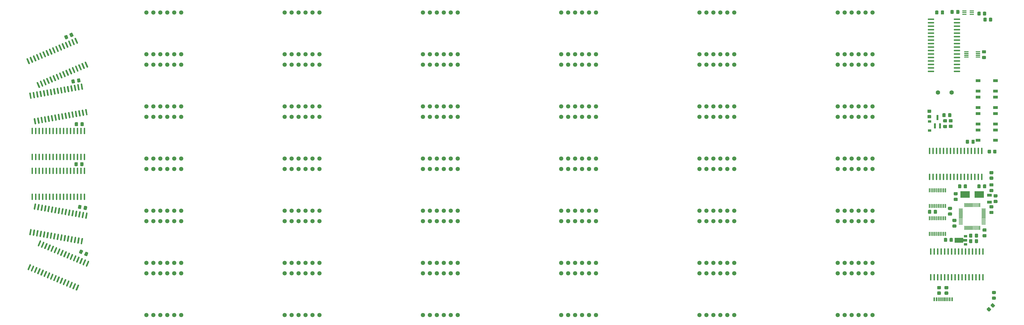
<source format=gtp>
%TF.GenerationSoftware,KiCad,Pcbnew,5.1.12-84ad8e8a86~92~ubuntu20.04.1*%
%TF.CreationDate,2022-07-11T23:01:20-05:00*%
%TF.ProjectId,kilosegment_clock,6b696c6f-7365-4676-9d65-6e745f636c6f,rev?*%
%TF.SameCoordinates,Original*%
%TF.FileFunction,Paste,Top*%
%TF.FilePolarity,Positive*%
%FSLAX46Y46*%
G04 Gerber Fmt 4.6, Leading zero omitted, Abs format (unit mm)*
G04 Created by KiCad (PCBNEW 5.1.12-84ad8e8a86~92~ubuntu20.04.1) date 2022-07-11 23:01:20*
%MOMM*%
%LPD*%
G01*
G04 APERTURE LIST*
%ADD10C,1.550000*%
%ADD11O,0.590000X2.360000*%
%ADD12O,2.360000X0.590000*%
%ADD13R,0.600000X1.450000*%
%ADD14R,0.300000X1.450000*%
%ADD15R,1.200000X0.900000*%
%ADD16R,3.500000X2.400000*%
%ADD17R,1.800000X1.000000*%
%ADD18R,1.500000X0.400000*%
%ADD19C,0.150000*%
%ADD20R,1.300000X0.900000*%
%ADD21R,1.700000X1.000000*%
%ADD22R,0.800000X1.900000*%
%ADD23C,1.600000*%
G04 APERTURE END LIST*
D10*
%TO.C,D38*%
X324600000Y-141740000D03*
X322060000Y-141740000D03*
X319520000Y-141740000D03*
X327140000Y-141740000D03*
X316980000Y-141740000D03*
X329680000Y-141740000D03*
X316980000Y-126500000D03*
X329680000Y-126500000D03*
X327140000Y-126500000D03*
X324600000Y-126500000D03*
X319520000Y-126500000D03*
X322060000Y-126500000D03*
%TD*%
%TO.C,D37*%
X274150000Y-141740000D03*
X271610000Y-141740000D03*
X269070000Y-141740000D03*
X276690000Y-141740000D03*
X266530000Y-141740000D03*
X279230000Y-141740000D03*
X266530000Y-126500000D03*
X279230000Y-126500000D03*
X276690000Y-126500000D03*
X274150000Y-126500000D03*
X269070000Y-126500000D03*
X271610000Y-126500000D03*
%TD*%
%TO.C,D36*%
X324600000Y-122690000D03*
X322060000Y-122690000D03*
X319520000Y-122690000D03*
X327140000Y-122690000D03*
X316980000Y-122690000D03*
X329680000Y-122690000D03*
X316980000Y-107450000D03*
X329680000Y-107450000D03*
X327140000Y-107450000D03*
X324600000Y-107450000D03*
X319520000Y-107450000D03*
X322060000Y-107450000D03*
%TD*%
%TO.C,D35*%
X274150000Y-122690000D03*
X271610000Y-122690000D03*
X269070000Y-122690000D03*
X276690000Y-122690000D03*
X266530000Y-122690000D03*
X279230000Y-122690000D03*
X266530000Y-107450000D03*
X279230000Y-107450000D03*
X276690000Y-107450000D03*
X274150000Y-107450000D03*
X269070000Y-107450000D03*
X271610000Y-107450000D03*
%TD*%
%TO.C,D34*%
X324600000Y-103640000D03*
X322060000Y-103640000D03*
X319520000Y-103640000D03*
X327140000Y-103640000D03*
X316980000Y-103640000D03*
X329680000Y-103640000D03*
X316980000Y-88400000D03*
X329680000Y-88400000D03*
X327140000Y-88400000D03*
X324600000Y-88400000D03*
X319520000Y-88400000D03*
X322060000Y-88400000D03*
%TD*%
%TO.C,D33*%
X274150000Y-103640000D03*
X271610000Y-103640000D03*
X269070000Y-103640000D03*
X276690000Y-103640000D03*
X266530000Y-103640000D03*
X279230000Y-103640000D03*
X266530000Y-88400000D03*
X279230000Y-88400000D03*
X276690000Y-88400000D03*
X274150000Y-88400000D03*
X269070000Y-88400000D03*
X271610000Y-88400000D03*
%TD*%
%TO.C,D32*%
X324600000Y-84590000D03*
X322060000Y-84590000D03*
X319520000Y-84590000D03*
X327140000Y-84590000D03*
X316980000Y-84590000D03*
X329680000Y-84590000D03*
X316980000Y-69350000D03*
X329680000Y-69350000D03*
X327140000Y-69350000D03*
X324600000Y-69350000D03*
X319520000Y-69350000D03*
X322060000Y-69350000D03*
%TD*%
%TO.C,D31*%
X274150000Y-84590000D03*
X271610000Y-84590000D03*
X269070000Y-84590000D03*
X276690000Y-84590000D03*
X266530000Y-84590000D03*
X279230000Y-84590000D03*
X266530000Y-69350000D03*
X279230000Y-69350000D03*
X276690000Y-69350000D03*
X274150000Y-69350000D03*
X269070000Y-69350000D03*
X271610000Y-69350000D03*
%TD*%
%TO.C,D30*%
X324600000Y-65540000D03*
X322060000Y-65540000D03*
X319520000Y-65540000D03*
X327140000Y-65540000D03*
X316980000Y-65540000D03*
X329680000Y-65540000D03*
X316980000Y-50300000D03*
X329680000Y-50300000D03*
X327140000Y-50300000D03*
X324600000Y-50300000D03*
X319520000Y-50300000D03*
X322060000Y-50300000D03*
%TD*%
%TO.C,D29*%
X274150000Y-65540000D03*
X271610000Y-65540000D03*
X269070000Y-65540000D03*
X276690000Y-65540000D03*
X266530000Y-65540000D03*
X279230000Y-65540000D03*
X266530000Y-50300000D03*
X279230000Y-50300000D03*
X276690000Y-50300000D03*
X274150000Y-50300000D03*
X269070000Y-50300000D03*
X271610000Y-50300000D03*
%TD*%
%TO.C,D28*%
X324600000Y-46490000D03*
X322060000Y-46490000D03*
X319520000Y-46490000D03*
X327140000Y-46490000D03*
X316980000Y-46490000D03*
X329680000Y-46490000D03*
X316980000Y-31250000D03*
X329680000Y-31250000D03*
X327140000Y-31250000D03*
X324600000Y-31250000D03*
X319520000Y-31250000D03*
X322060000Y-31250000D03*
%TD*%
%TO.C,D27*%
X274150000Y-46490000D03*
X271610000Y-46490000D03*
X269070000Y-46490000D03*
X276690000Y-46490000D03*
X266530000Y-46490000D03*
X279230000Y-46490000D03*
X266530000Y-31250000D03*
X279230000Y-31250000D03*
X276690000Y-31250000D03*
X274150000Y-31250000D03*
X269070000Y-31250000D03*
X271610000Y-31250000D03*
%TD*%
%TO.C,D26*%
X223700000Y-141740000D03*
X221160000Y-141740000D03*
X218620000Y-141740000D03*
X226240000Y-141740000D03*
X216080000Y-141740000D03*
X228780000Y-141740000D03*
X216080000Y-126500000D03*
X228780000Y-126500000D03*
X226240000Y-126500000D03*
X223700000Y-126500000D03*
X218620000Y-126500000D03*
X221160000Y-126500000D03*
%TD*%
%TO.C,D25*%
X173250000Y-141740000D03*
X170710000Y-141740000D03*
X168170000Y-141740000D03*
X175790000Y-141740000D03*
X165630000Y-141740000D03*
X178330000Y-141740000D03*
X165630000Y-126500000D03*
X178330000Y-126500000D03*
X175790000Y-126500000D03*
X173250000Y-126500000D03*
X168170000Y-126500000D03*
X170710000Y-126500000D03*
%TD*%
%TO.C,D24*%
X122800000Y-141740000D03*
X120260000Y-141740000D03*
X117720000Y-141740000D03*
X125340000Y-141740000D03*
X115180000Y-141740000D03*
X127880000Y-141740000D03*
X115180000Y-126500000D03*
X127880000Y-126500000D03*
X125340000Y-126500000D03*
X122800000Y-126500000D03*
X117720000Y-126500000D03*
X120260000Y-126500000D03*
%TD*%
%TO.C,D23*%
X72350000Y-141740000D03*
X69810000Y-141740000D03*
X67270000Y-141740000D03*
X74890000Y-141740000D03*
X64730000Y-141740000D03*
X77430000Y-141740000D03*
X64730000Y-126500000D03*
X77430000Y-126500000D03*
X74890000Y-126500000D03*
X72350000Y-126500000D03*
X67270000Y-126500000D03*
X69810000Y-126500000D03*
%TD*%
%TO.C,D22*%
X223700000Y-122690000D03*
X221160000Y-122690000D03*
X218620000Y-122690000D03*
X226240000Y-122690000D03*
X216080000Y-122690000D03*
X228780000Y-122690000D03*
X216080000Y-107450000D03*
X228780000Y-107450000D03*
X226240000Y-107450000D03*
X223700000Y-107450000D03*
X218620000Y-107450000D03*
X221160000Y-107450000D03*
%TD*%
%TO.C,D21*%
X173250000Y-122690000D03*
X170710000Y-122690000D03*
X168170000Y-122690000D03*
X175790000Y-122690000D03*
X165630000Y-122690000D03*
X178330000Y-122690000D03*
X165630000Y-107450000D03*
X178330000Y-107450000D03*
X175790000Y-107450000D03*
X173250000Y-107450000D03*
X168170000Y-107450000D03*
X170710000Y-107450000D03*
%TD*%
%TO.C,D20*%
X122800000Y-122690000D03*
X120260000Y-122690000D03*
X117720000Y-122690000D03*
X125340000Y-122690000D03*
X115180000Y-122690000D03*
X127880000Y-122690000D03*
X115180000Y-107450000D03*
X127880000Y-107450000D03*
X125340000Y-107450000D03*
X122800000Y-107450000D03*
X117720000Y-107450000D03*
X120260000Y-107450000D03*
%TD*%
%TO.C,D19*%
X72350000Y-122690000D03*
X69810000Y-122690000D03*
X67270000Y-122690000D03*
X74890000Y-122690000D03*
X64730000Y-122690000D03*
X77430000Y-122690000D03*
X64730000Y-107450000D03*
X77430000Y-107450000D03*
X74890000Y-107450000D03*
X72350000Y-107450000D03*
X67270000Y-107450000D03*
X69810000Y-107450000D03*
%TD*%
%TO.C,D18*%
X223700000Y-103640000D03*
X221160000Y-103640000D03*
X218620000Y-103640000D03*
X226240000Y-103640000D03*
X216080000Y-103640000D03*
X228780000Y-103640000D03*
X216080000Y-88400000D03*
X228780000Y-88400000D03*
X226240000Y-88400000D03*
X223700000Y-88400000D03*
X218620000Y-88400000D03*
X221160000Y-88400000D03*
%TD*%
%TO.C,D17*%
X173250000Y-103640000D03*
X170710000Y-103640000D03*
X168170000Y-103640000D03*
X175790000Y-103640000D03*
X165630000Y-103640000D03*
X178330000Y-103640000D03*
X165630000Y-88400000D03*
X178330000Y-88400000D03*
X175790000Y-88400000D03*
X173250000Y-88400000D03*
X168170000Y-88400000D03*
X170710000Y-88400000D03*
%TD*%
%TO.C,D16*%
X122800000Y-103640000D03*
X120260000Y-103640000D03*
X117720000Y-103640000D03*
X125340000Y-103640000D03*
X115180000Y-103640000D03*
X127880000Y-103640000D03*
X115180000Y-88400000D03*
X127880000Y-88400000D03*
X125340000Y-88400000D03*
X122800000Y-88400000D03*
X117720000Y-88400000D03*
X120260000Y-88400000D03*
%TD*%
%TO.C,D15*%
X72350000Y-103640000D03*
X69810000Y-103640000D03*
X67270000Y-103640000D03*
X74890000Y-103640000D03*
X64730000Y-103640000D03*
X77430000Y-103640000D03*
X64730000Y-88400000D03*
X77430000Y-88400000D03*
X74890000Y-88400000D03*
X72350000Y-88400000D03*
X67270000Y-88400000D03*
X69810000Y-88400000D03*
%TD*%
%TO.C,D14*%
X223700000Y-84590000D03*
X221160000Y-84590000D03*
X218620000Y-84590000D03*
X226240000Y-84590000D03*
X216080000Y-84590000D03*
X228780000Y-84590000D03*
X216080000Y-69350000D03*
X228780000Y-69350000D03*
X226240000Y-69350000D03*
X223700000Y-69350000D03*
X218620000Y-69350000D03*
X221160000Y-69350000D03*
%TD*%
%TO.C,D13*%
X173250000Y-84590000D03*
X170710000Y-84590000D03*
X168170000Y-84590000D03*
X175790000Y-84590000D03*
X165630000Y-84590000D03*
X178330000Y-84590000D03*
X165630000Y-69350000D03*
X178330000Y-69350000D03*
X175790000Y-69350000D03*
X173250000Y-69350000D03*
X168170000Y-69350000D03*
X170710000Y-69350000D03*
%TD*%
%TO.C,D12*%
X122800000Y-84590000D03*
X120260000Y-84590000D03*
X117720000Y-84590000D03*
X125340000Y-84590000D03*
X115180000Y-84590000D03*
X127880000Y-84590000D03*
X115180000Y-69350000D03*
X127880000Y-69350000D03*
X125340000Y-69350000D03*
X122800000Y-69350000D03*
X117720000Y-69350000D03*
X120260000Y-69350000D03*
%TD*%
%TO.C,D11*%
X72350000Y-84590000D03*
X69810000Y-84590000D03*
X67270000Y-84590000D03*
X74890000Y-84590000D03*
X64730000Y-84590000D03*
X77430000Y-84590000D03*
X64730000Y-69350000D03*
X77430000Y-69350000D03*
X74890000Y-69350000D03*
X72350000Y-69350000D03*
X67270000Y-69350000D03*
X69810000Y-69350000D03*
%TD*%
%TO.C,D10*%
X223700000Y-65540000D03*
X221160000Y-65540000D03*
X218620000Y-65540000D03*
X226240000Y-65540000D03*
X216080000Y-65540000D03*
X228780000Y-65540000D03*
X216080000Y-50300000D03*
X228780000Y-50300000D03*
X226240000Y-50300000D03*
X223700000Y-50300000D03*
X218620000Y-50300000D03*
X221160000Y-50300000D03*
%TD*%
%TO.C,D9*%
X173250000Y-65540000D03*
X170710000Y-65540000D03*
X168170000Y-65540000D03*
X175790000Y-65540000D03*
X165630000Y-65540000D03*
X178330000Y-65540000D03*
X165630000Y-50300000D03*
X178330000Y-50300000D03*
X175790000Y-50300000D03*
X173250000Y-50300000D03*
X168170000Y-50300000D03*
X170710000Y-50300000D03*
%TD*%
%TO.C,D8*%
X122800000Y-65540000D03*
X120260000Y-65540000D03*
X117720000Y-65540000D03*
X125340000Y-65540000D03*
X115180000Y-65540000D03*
X127880000Y-65540000D03*
X115180000Y-50300000D03*
X127880000Y-50300000D03*
X125340000Y-50300000D03*
X122800000Y-50300000D03*
X117720000Y-50300000D03*
X120260000Y-50300000D03*
%TD*%
%TO.C,D7*%
X72350000Y-65540000D03*
X69810000Y-65540000D03*
X67270000Y-65540000D03*
X74890000Y-65540000D03*
X64730000Y-65540000D03*
X77430000Y-65540000D03*
X64730000Y-50300000D03*
X77430000Y-50300000D03*
X74890000Y-50300000D03*
X72350000Y-50300000D03*
X67270000Y-50300000D03*
X69810000Y-50300000D03*
%TD*%
%TO.C,D6*%
X223700000Y-46490000D03*
X221160000Y-46490000D03*
X218620000Y-46490000D03*
X226240000Y-46490000D03*
X216080000Y-46490000D03*
X228780000Y-46490000D03*
X216080000Y-31250000D03*
X228780000Y-31250000D03*
X226240000Y-31250000D03*
X223700000Y-31250000D03*
X218620000Y-31250000D03*
X221160000Y-31250000D03*
%TD*%
%TO.C,D5*%
X173250000Y-46490000D03*
X170710000Y-46490000D03*
X168170000Y-46490000D03*
X175790000Y-46490000D03*
X165630000Y-46490000D03*
X178330000Y-46490000D03*
X165630000Y-31250000D03*
X178330000Y-31250000D03*
X175790000Y-31250000D03*
X173250000Y-31250000D03*
X168170000Y-31250000D03*
X170710000Y-31250000D03*
%TD*%
%TO.C,D4*%
X122800000Y-46490000D03*
X120260000Y-46490000D03*
X117720000Y-46490000D03*
X125340000Y-46490000D03*
X115180000Y-46490000D03*
X127880000Y-46490000D03*
X115180000Y-31250000D03*
X127880000Y-31250000D03*
X125340000Y-31250000D03*
X122800000Y-31250000D03*
X117720000Y-31250000D03*
X120260000Y-31250000D03*
%TD*%
%TO.C,D3*%
X72350000Y-46490000D03*
X69810000Y-46490000D03*
X67270000Y-46490000D03*
X74890000Y-46490000D03*
X64730000Y-46490000D03*
X77430000Y-46490000D03*
X64730000Y-31250000D03*
X77430000Y-31250000D03*
X74890000Y-31250000D03*
X72350000Y-31250000D03*
X67270000Y-31250000D03*
X69810000Y-31250000D03*
%TD*%
D11*
%TO.C,U8*%
X370020000Y-118470000D03*
X368750000Y-118470000D03*
X367480000Y-118470000D03*
X366210000Y-118470000D03*
X364940000Y-118470000D03*
X363670000Y-118470000D03*
X362400000Y-118470000D03*
X361130000Y-118470000D03*
X359860000Y-118470000D03*
X358590000Y-118470000D03*
X357320000Y-118470000D03*
X356050000Y-118470000D03*
X354780000Y-118470000D03*
X353510000Y-118470000D03*
X352240000Y-118470000D03*
X350970000Y-118470000D03*
X370020000Y-127930000D03*
X368750000Y-127930000D03*
X367480000Y-127930000D03*
X366210000Y-127930000D03*
X364940000Y-127930000D03*
X363670000Y-127930000D03*
X362400000Y-127930000D03*
X361130000Y-127930000D03*
X359860000Y-127930000D03*
X358590000Y-127930000D03*
X357320000Y-127930000D03*
X356050000Y-127930000D03*
X354780000Y-127930000D03*
X353510000Y-127930000D03*
X352240000Y-127930000D03*
X350970000Y-127930000D03*
%TD*%
%TO.C,U7*%
X369620000Y-81770000D03*
X368350000Y-81770000D03*
X367080000Y-81770000D03*
X365810000Y-81770000D03*
X364540000Y-81770000D03*
X363270000Y-81770000D03*
X362000000Y-81770000D03*
X360730000Y-81770000D03*
X359460000Y-81770000D03*
X358190000Y-81770000D03*
X356920000Y-81770000D03*
X355650000Y-81770000D03*
X354380000Y-81770000D03*
X353110000Y-81770000D03*
X351840000Y-81770000D03*
X350570000Y-81770000D03*
X369620000Y-91230000D03*
X368350000Y-91230000D03*
X367080000Y-91230000D03*
X365810000Y-91230000D03*
X364540000Y-91230000D03*
X363270000Y-91230000D03*
X362000000Y-91230000D03*
X360730000Y-91230000D03*
X359460000Y-91230000D03*
X358190000Y-91230000D03*
X356920000Y-91230000D03*
X355650000Y-91230000D03*
X354380000Y-91230000D03*
X353110000Y-91230000D03*
X351840000Y-91230000D03*
X350570000Y-91230000D03*
%TD*%
D12*
%TO.C,U6*%
X351070000Y-33680000D03*
X351070000Y-34950000D03*
X351070000Y-36220000D03*
X351070000Y-37490000D03*
X351070000Y-38760000D03*
X351070000Y-40030000D03*
X351070000Y-41300000D03*
X351070000Y-42570000D03*
X351070000Y-43840000D03*
X351070000Y-45110000D03*
X351070000Y-46380000D03*
X351070000Y-47650000D03*
X351070000Y-48920000D03*
X351070000Y-50190000D03*
X351070000Y-51460000D03*
X351070000Y-52730000D03*
X360530000Y-33680000D03*
X360530000Y-34950000D03*
X360530000Y-36220000D03*
X360530000Y-37490000D03*
X360530000Y-38760000D03*
X360530000Y-40030000D03*
X360530000Y-41300000D03*
X360530000Y-42570000D03*
X360530000Y-43840000D03*
X360530000Y-45110000D03*
X360530000Y-46380000D03*
X360530000Y-47650000D03*
X360530000Y-48920000D03*
X360530000Y-50190000D03*
X360530000Y-51460000D03*
X360530000Y-52730000D03*
%TD*%
%TO.C,U5*%
G36*
G01*
X42594018Y-123665153D02*
X43285612Y-122035859D01*
G75*
G02*
X43672427Y-121879576I271549J-115266D01*
G01*
X43672427Y-121879576D01*
G75*
G02*
X43828710Y-122266391I-115266J-271549D01*
G01*
X43137116Y-123895685D01*
G75*
G02*
X42750301Y-124051968I-271549J115266D01*
G01*
X42750301Y-124051968D01*
G75*
G02*
X42594018Y-123665153I115266J271549D01*
G01*
G37*
G36*
G01*
X41424977Y-123168925D02*
X42116571Y-121539631D01*
G75*
G02*
X42503386Y-121383348I271549J-115266D01*
G01*
X42503386Y-121383348D01*
G75*
G02*
X42659669Y-121770163I-115266J-271549D01*
G01*
X41968075Y-123399457D01*
G75*
G02*
X41581260Y-123555740I-271549J115266D01*
G01*
X41581260Y-123555740D01*
G75*
G02*
X41424977Y-123168925I115266J271549D01*
G01*
G37*
G36*
G01*
X40255936Y-122672696D02*
X40947530Y-121043402D01*
G75*
G02*
X41334345Y-120887119I271549J-115266D01*
G01*
X41334345Y-120887119D01*
G75*
G02*
X41490628Y-121273934I-115266J-271549D01*
G01*
X40799034Y-122903228D01*
G75*
G02*
X40412219Y-123059511I-271549J115266D01*
G01*
X40412219Y-123059511D01*
G75*
G02*
X40255936Y-122672696I115266J271549D01*
G01*
G37*
G36*
G01*
X39086895Y-122176468D02*
X39778489Y-120547174D01*
G75*
G02*
X40165304Y-120390891I271549J-115266D01*
G01*
X40165304Y-120390891D01*
G75*
G02*
X40321587Y-120777706I-115266J-271549D01*
G01*
X39629993Y-122407000D01*
G75*
G02*
X39243178Y-122563283I-271549J115266D01*
G01*
X39243178Y-122563283D01*
G75*
G02*
X39086895Y-122176468I115266J271549D01*
G01*
G37*
G36*
G01*
X37917854Y-121680239D02*
X38609448Y-120050945D01*
G75*
G02*
X38996263Y-119894662I271549J-115266D01*
G01*
X38996263Y-119894662D01*
G75*
G02*
X39152546Y-120281477I-115266J-271549D01*
G01*
X38460952Y-121910771D01*
G75*
G02*
X38074137Y-122067054I-271549J115266D01*
G01*
X38074137Y-122067054D01*
G75*
G02*
X37917854Y-121680239I115266J271549D01*
G01*
G37*
G36*
G01*
X36748813Y-121184011D02*
X37440407Y-119554717D01*
G75*
G02*
X37827222Y-119398434I271549J-115266D01*
G01*
X37827222Y-119398434D01*
G75*
G02*
X37983505Y-119785249I-115266J-271549D01*
G01*
X37291911Y-121414543D01*
G75*
G02*
X36905096Y-121570826I-271549J115266D01*
G01*
X36905096Y-121570826D01*
G75*
G02*
X36748813Y-121184011I115266J271549D01*
G01*
G37*
G36*
G01*
X35579771Y-120687782D02*
X36271365Y-119058488D01*
G75*
G02*
X36658180Y-118902205I271549J-115266D01*
G01*
X36658180Y-118902205D01*
G75*
G02*
X36814463Y-119289020I-115266J-271549D01*
G01*
X36122869Y-120918314D01*
G75*
G02*
X35736054Y-121074597I-271549J115266D01*
G01*
X35736054Y-121074597D01*
G75*
G02*
X35579771Y-120687782I115266J271549D01*
G01*
G37*
G36*
G01*
X34410730Y-120191554D02*
X35102324Y-118562260D01*
G75*
G02*
X35489139Y-118405977I271549J-115266D01*
G01*
X35489139Y-118405977D01*
G75*
G02*
X35645422Y-118792792I-115266J-271549D01*
G01*
X34953828Y-120422086D01*
G75*
G02*
X34567013Y-120578369I-271549J115266D01*
G01*
X34567013Y-120578369D01*
G75*
G02*
X34410730Y-120191554I115266J271549D01*
G01*
G37*
G36*
G01*
X33241689Y-119695325D02*
X33933283Y-118066031D01*
G75*
G02*
X34320098Y-117909748I271549J-115266D01*
G01*
X34320098Y-117909748D01*
G75*
G02*
X34476381Y-118296563I-115266J-271549D01*
G01*
X33784787Y-119925857D01*
G75*
G02*
X33397972Y-120082140I-271549J115266D01*
G01*
X33397972Y-120082140D01*
G75*
G02*
X33241689Y-119695325I115266J271549D01*
G01*
G37*
G36*
G01*
X32072648Y-119199097D02*
X32764242Y-117569803D01*
G75*
G02*
X33151057Y-117413520I271549J-115266D01*
G01*
X33151057Y-117413520D01*
G75*
G02*
X33307340Y-117800335I-115266J-271549D01*
G01*
X32615746Y-119429629D01*
G75*
G02*
X32228931Y-119585912I-271549J115266D01*
G01*
X32228931Y-119585912D01*
G75*
G02*
X32072648Y-119199097I115266J271549D01*
G01*
G37*
G36*
G01*
X30903607Y-118702868D02*
X31595201Y-117073574D01*
G75*
G02*
X31982016Y-116917291I271549J-115266D01*
G01*
X31982016Y-116917291D01*
G75*
G02*
X32138299Y-117304106I-115266J-271549D01*
G01*
X31446705Y-118933400D01*
G75*
G02*
X31059890Y-119089683I-271549J115266D01*
G01*
X31059890Y-119089683D01*
G75*
G02*
X30903607Y-118702868I115266J271549D01*
G01*
G37*
G36*
G01*
X29734566Y-118206640D02*
X30426160Y-116577346D01*
G75*
G02*
X30812975Y-116421063I271549J-115266D01*
G01*
X30812975Y-116421063D01*
G75*
G02*
X30969258Y-116807878I-115266J-271549D01*
G01*
X30277664Y-118437172D01*
G75*
G02*
X29890849Y-118593455I-271549J115266D01*
G01*
X29890849Y-118593455D01*
G75*
G02*
X29734566Y-118206640I115266J271549D01*
G01*
G37*
G36*
G01*
X28565524Y-117710411D02*
X29257118Y-116081117D01*
G75*
G02*
X29643933Y-115924834I271549J-115266D01*
G01*
X29643933Y-115924834D01*
G75*
G02*
X29800216Y-116311649I-115266J-271549D01*
G01*
X29108622Y-117940943D01*
G75*
G02*
X28721807Y-118097226I-271549J115266D01*
G01*
X28721807Y-118097226D01*
G75*
G02*
X28565524Y-117710411I115266J271549D01*
G01*
G37*
G36*
G01*
X27396483Y-117214182D02*
X28088077Y-115584888D01*
G75*
G02*
X28474892Y-115428605I271549J-115266D01*
G01*
X28474892Y-115428605D01*
G75*
G02*
X28631175Y-115815420I-115266J-271549D01*
G01*
X27939581Y-117444714D01*
G75*
G02*
X27552766Y-117600997I-271549J115266D01*
G01*
X27552766Y-117600997D01*
G75*
G02*
X27396483Y-117214182I115266J271549D01*
G01*
G37*
G36*
G01*
X26227442Y-116717954D02*
X26919036Y-115088660D01*
G75*
G02*
X27305851Y-114932377I271549J-115266D01*
G01*
X27305851Y-114932377D01*
G75*
G02*
X27462134Y-115319192I-115266J-271549D01*
G01*
X26770540Y-116948486D01*
G75*
G02*
X26383725Y-117104769I-271549J115266D01*
G01*
X26383725Y-117104769D01*
G75*
G02*
X26227442Y-116717954I115266J271549D01*
G01*
G37*
G36*
G01*
X25058401Y-116221725D02*
X25749995Y-114592431D01*
G75*
G02*
X26136810Y-114436148I271549J-115266D01*
G01*
X26136810Y-114436148D01*
G75*
G02*
X26293093Y-114822963I-115266J-271549D01*
G01*
X25601499Y-116452257D01*
G75*
G02*
X25214684Y-116608540I-271549J115266D01*
G01*
X25214684Y-116608540D01*
G75*
G02*
X25058401Y-116221725I115266J271549D01*
G01*
G37*
G36*
G01*
X38897702Y-132373129D02*
X39589296Y-130743835D01*
G75*
G02*
X39976111Y-130587552I271549J-115266D01*
G01*
X39976111Y-130587552D01*
G75*
G02*
X40132394Y-130974367I-115266J-271549D01*
G01*
X39440800Y-132603661D01*
G75*
G02*
X39053985Y-132759944I-271549J115266D01*
G01*
X39053985Y-132759944D01*
G75*
G02*
X38897702Y-132373129I115266J271549D01*
G01*
G37*
G36*
G01*
X37728661Y-131876901D02*
X38420255Y-130247607D01*
G75*
G02*
X38807070Y-130091324I271549J-115266D01*
G01*
X38807070Y-130091324D01*
G75*
G02*
X38963353Y-130478139I-115266J-271549D01*
G01*
X38271759Y-132107433D01*
G75*
G02*
X37884944Y-132263716I-271549J115266D01*
G01*
X37884944Y-132263716D01*
G75*
G02*
X37728661Y-131876901I115266J271549D01*
G01*
G37*
G36*
G01*
X36559620Y-131380672D02*
X37251214Y-129751378D01*
G75*
G02*
X37638029Y-129595095I271549J-115266D01*
G01*
X37638029Y-129595095D01*
G75*
G02*
X37794312Y-129981910I-115266J-271549D01*
G01*
X37102718Y-131611204D01*
G75*
G02*
X36715903Y-131767487I-271549J115266D01*
G01*
X36715903Y-131767487D01*
G75*
G02*
X36559620Y-131380672I115266J271549D01*
G01*
G37*
G36*
G01*
X35390578Y-130884444D02*
X36082172Y-129255150D01*
G75*
G02*
X36468987Y-129098867I271549J-115266D01*
G01*
X36468987Y-129098867D01*
G75*
G02*
X36625270Y-129485682I-115266J-271549D01*
G01*
X35933676Y-131114976D01*
G75*
G02*
X35546861Y-131271259I-271549J115266D01*
G01*
X35546861Y-131271259D01*
G75*
G02*
X35390578Y-130884444I115266J271549D01*
G01*
G37*
G36*
G01*
X34221537Y-130388215D02*
X34913131Y-128758921D01*
G75*
G02*
X35299946Y-128602638I271549J-115266D01*
G01*
X35299946Y-128602638D01*
G75*
G02*
X35456229Y-128989453I-115266J-271549D01*
G01*
X34764635Y-130618747D01*
G75*
G02*
X34377820Y-130775030I-271549J115266D01*
G01*
X34377820Y-130775030D01*
G75*
G02*
X34221537Y-130388215I115266J271549D01*
G01*
G37*
G36*
G01*
X33052496Y-129891987D02*
X33744090Y-128262693D01*
G75*
G02*
X34130905Y-128106410I271549J-115266D01*
G01*
X34130905Y-128106410D01*
G75*
G02*
X34287188Y-128493225I-115266J-271549D01*
G01*
X33595594Y-130122519D01*
G75*
G02*
X33208779Y-130278802I-271549J115266D01*
G01*
X33208779Y-130278802D01*
G75*
G02*
X33052496Y-129891987I115266J271549D01*
G01*
G37*
G36*
G01*
X31883455Y-129395758D02*
X32575049Y-127766464D01*
G75*
G02*
X32961864Y-127610181I271549J-115266D01*
G01*
X32961864Y-127610181D01*
G75*
G02*
X33118147Y-127996996I-115266J-271549D01*
G01*
X32426553Y-129626290D01*
G75*
G02*
X32039738Y-129782573I-271549J115266D01*
G01*
X32039738Y-129782573D01*
G75*
G02*
X31883455Y-129395758I115266J271549D01*
G01*
G37*
G36*
G01*
X30714414Y-128899530D02*
X31406008Y-127270236D01*
G75*
G02*
X31792823Y-127113953I271549J-115266D01*
G01*
X31792823Y-127113953D01*
G75*
G02*
X31949106Y-127500768I-115266J-271549D01*
G01*
X31257512Y-129130062D01*
G75*
G02*
X30870697Y-129286345I-271549J115266D01*
G01*
X30870697Y-129286345D01*
G75*
G02*
X30714414Y-128899530I115266J271549D01*
G01*
G37*
G36*
G01*
X29545373Y-128403301D02*
X30236967Y-126774007D01*
G75*
G02*
X30623782Y-126617724I271549J-115266D01*
G01*
X30623782Y-126617724D01*
G75*
G02*
X30780065Y-127004539I-115266J-271549D01*
G01*
X30088471Y-128633833D01*
G75*
G02*
X29701656Y-128790116I-271549J115266D01*
G01*
X29701656Y-128790116D01*
G75*
G02*
X29545373Y-128403301I115266J271549D01*
G01*
G37*
G36*
G01*
X28376331Y-127907073D02*
X29067925Y-126277779D01*
G75*
G02*
X29454740Y-126121496I271549J-115266D01*
G01*
X29454740Y-126121496D01*
G75*
G02*
X29611023Y-126508311I-115266J-271549D01*
G01*
X28919429Y-128137605D01*
G75*
G02*
X28532614Y-128293888I-271549J115266D01*
G01*
X28532614Y-128293888D01*
G75*
G02*
X28376331Y-127907073I115266J271549D01*
G01*
G37*
G36*
G01*
X27207290Y-127410844D02*
X27898884Y-125781550D01*
G75*
G02*
X28285699Y-125625267I271549J-115266D01*
G01*
X28285699Y-125625267D01*
G75*
G02*
X28441982Y-126012082I-115266J-271549D01*
G01*
X27750388Y-127641376D01*
G75*
G02*
X27363573Y-127797659I-271549J115266D01*
G01*
X27363573Y-127797659D01*
G75*
G02*
X27207290Y-127410844I115266J271549D01*
G01*
G37*
G36*
G01*
X26038249Y-126914615D02*
X26729843Y-125285321D01*
G75*
G02*
X27116658Y-125129038I271549J-115266D01*
G01*
X27116658Y-125129038D01*
G75*
G02*
X27272941Y-125515853I-115266J-271549D01*
G01*
X26581347Y-127145147D01*
G75*
G02*
X26194532Y-127301430I-271549J115266D01*
G01*
X26194532Y-127301430D01*
G75*
G02*
X26038249Y-126914615I115266J271549D01*
G01*
G37*
G36*
G01*
X24869208Y-126418387D02*
X25560802Y-124789093D01*
G75*
G02*
X25947617Y-124632810I271549J-115266D01*
G01*
X25947617Y-124632810D01*
G75*
G02*
X26103900Y-125019625I-115266J-271549D01*
G01*
X25412306Y-126648919D01*
G75*
G02*
X25025491Y-126805202I-271549J115266D01*
G01*
X25025491Y-126805202D01*
G75*
G02*
X24869208Y-126418387I115266J271549D01*
G01*
G37*
G36*
G01*
X23700167Y-125922158D02*
X24391761Y-124292864D01*
G75*
G02*
X24778576Y-124136581I271549J-115266D01*
G01*
X24778576Y-124136581D01*
G75*
G02*
X24934859Y-124523396I-115266J-271549D01*
G01*
X24243265Y-126152690D01*
G75*
G02*
X23856450Y-126308973I-271549J115266D01*
G01*
X23856450Y-126308973D01*
G75*
G02*
X23700167Y-125922158I115266J271549D01*
G01*
G37*
G36*
G01*
X22531126Y-125425930D02*
X23222720Y-123796636D01*
G75*
G02*
X23609535Y-123640353I271549J-115266D01*
G01*
X23609535Y-123640353D01*
G75*
G02*
X23765818Y-124027168I-115266J-271549D01*
G01*
X23074224Y-125656462D01*
G75*
G02*
X22687409Y-125812745I-271549J115266D01*
G01*
X22687409Y-125812745D01*
G75*
G02*
X22531126Y-125425930I115266J271549D01*
G01*
G37*
G36*
G01*
X21362085Y-124929701D02*
X22053679Y-123300407D01*
G75*
G02*
X22440494Y-123144124I271549J-115266D01*
G01*
X22440494Y-123144124D01*
G75*
G02*
X22596777Y-123530939I-115266J-271549D01*
G01*
X21905183Y-125160233D01*
G75*
G02*
X21518368Y-125316516I-271549J115266D01*
G01*
X21518368Y-125316516D01*
G75*
G02*
X21362085Y-124929701I115266J271549D01*
G01*
G37*
%TD*%
%TO.C,U4*%
G36*
G01*
X42352529Y-106215319D02*
X42659887Y-104472209D01*
G75*
G02*
X43001631Y-104232917I290518J-51226D01*
G01*
X43001631Y-104232917D01*
G75*
G02*
X43240923Y-104574661I-51226J-290518D01*
G01*
X42933565Y-106317771D01*
G75*
G02*
X42591821Y-106557063I-290518J51226D01*
G01*
X42591821Y-106557063D01*
G75*
G02*
X42352529Y-106215319I51226J290518D01*
G01*
G37*
G36*
G01*
X41101823Y-105994786D02*
X41409181Y-104251676D01*
G75*
G02*
X41750925Y-104012384I290518J-51226D01*
G01*
X41750925Y-104012384D01*
G75*
G02*
X41990217Y-104354128I-51226J-290518D01*
G01*
X41682859Y-106097238D01*
G75*
G02*
X41341115Y-106336530I-290518J51226D01*
G01*
X41341115Y-106336530D01*
G75*
G02*
X41101823Y-105994786I51226J290518D01*
G01*
G37*
G36*
G01*
X39851117Y-105774253D02*
X40158475Y-104031143D01*
G75*
G02*
X40500219Y-103791851I290518J-51226D01*
G01*
X40500219Y-103791851D01*
G75*
G02*
X40739511Y-104133595I-51226J-290518D01*
G01*
X40432153Y-105876705D01*
G75*
G02*
X40090409Y-106115997I-290518J51226D01*
G01*
X40090409Y-106115997D01*
G75*
G02*
X39851117Y-105774253I51226J290518D01*
G01*
G37*
G36*
G01*
X38600411Y-105553719D02*
X38907769Y-103810609D01*
G75*
G02*
X39249513Y-103571317I290518J-51226D01*
G01*
X39249513Y-103571317D01*
G75*
G02*
X39488805Y-103913061I-51226J-290518D01*
G01*
X39181447Y-105656171D01*
G75*
G02*
X38839703Y-105895463I-290518J51226D01*
G01*
X38839703Y-105895463D01*
G75*
G02*
X38600411Y-105553719I51226J290518D01*
G01*
G37*
G36*
G01*
X37349705Y-105333186D02*
X37657063Y-103590076D01*
G75*
G02*
X37998807Y-103350784I290518J-51226D01*
G01*
X37998807Y-103350784D01*
G75*
G02*
X38238099Y-103692528I-51226J-290518D01*
G01*
X37930741Y-105435638D01*
G75*
G02*
X37588997Y-105674930I-290518J51226D01*
G01*
X37588997Y-105674930D01*
G75*
G02*
X37349705Y-105333186I51226J290518D01*
G01*
G37*
G36*
G01*
X36098999Y-105112653D02*
X36406357Y-103369543D01*
G75*
G02*
X36748101Y-103130251I290518J-51226D01*
G01*
X36748101Y-103130251D01*
G75*
G02*
X36987393Y-103471995I-51226J-290518D01*
G01*
X36680035Y-105215105D01*
G75*
G02*
X36338291Y-105454397I-290518J51226D01*
G01*
X36338291Y-105454397D01*
G75*
G02*
X36098999Y-105112653I51226J290518D01*
G01*
G37*
G36*
G01*
X34848294Y-104892120D02*
X35155652Y-103149010D01*
G75*
G02*
X35497396Y-102909718I290518J-51226D01*
G01*
X35497396Y-102909718D01*
G75*
G02*
X35736688Y-103251462I-51226J-290518D01*
G01*
X35429330Y-104994572D01*
G75*
G02*
X35087586Y-105233864I-290518J51226D01*
G01*
X35087586Y-105233864D01*
G75*
G02*
X34848294Y-104892120I51226J290518D01*
G01*
G37*
G36*
G01*
X33597588Y-104671587D02*
X33904946Y-102928477D01*
G75*
G02*
X34246690Y-102689185I290518J-51226D01*
G01*
X34246690Y-102689185D01*
G75*
G02*
X34485982Y-103030929I-51226J-290518D01*
G01*
X34178624Y-104774039D01*
G75*
G02*
X33836880Y-105013331I-290518J51226D01*
G01*
X33836880Y-105013331D01*
G75*
G02*
X33597588Y-104671587I51226J290518D01*
G01*
G37*
G36*
G01*
X32346882Y-104451053D02*
X32654240Y-102707943D01*
G75*
G02*
X32995984Y-102468651I290518J-51226D01*
G01*
X32995984Y-102468651D01*
G75*
G02*
X33235276Y-102810395I-51226J-290518D01*
G01*
X32927918Y-104553505D01*
G75*
G02*
X32586174Y-104792797I-290518J51226D01*
G01*
X32586174Y-104792797D01*
G75*
G02*
X32346882Y-104451053I51226J290518D01*
G01*
G37*
G36*
G01*
X31096176Y-104230520D02*
X31403534Y-102487410D01*
G75*
G02*
X31745278Y-102248118I290518J-51226D01*
G01*
X31745278Y-102248118D01*
G75*
G02*
X31984570Y-102589862I-51226J-290518D01*
G01*
X31677212Y-104332972D01*
G75*
G02*
X31335468Y-104572264I-290518J51226D01*
G01*
X31335468Y-104572264D01*
G75*
G02*
X31096176Y-104230520I51226J290518D01*
G01*
G37*
G36*
G01*
X29845470Y-104009987D02*
X30152828Y-102266877D01*
G75*
G02*
X30494572Y-102027585I290518J-51226D01*
G01*
X30494572Y-102027585D01*
G75*
G02*
X30733864Y-102369329I-51226J-290518D01*
G01*
X30426506Y-104112439D01*
G75*
G02*
X30084762Y-104351731I-290518J51226D01*
G01*
X30084762Y-104351731D01*
G75*
G02*
X29845470Y-104009987I51226J290518D01*
G01*
G37*
G36*
G01*
X28594764Y-103789454D02*
X28902122Y-102046344D01*
G75*
G02*
X29243866Y-101807052I290518J-51226D01*
G01*
X29243866Y-101807052D01*
G75*
G02*
X29483158Y-102148796I-51226J-290518D01*
G01*
X29175800Y-103891906D01*
G75*
G02*
X28834056Y-104131198I-290518J51226D01*
G01*
X28834056Y-104131198D01*
G75*
G02*
X28594764Y-103789454I51226J290518D01*
G01*
G37*
G36*
G01*
X27344059Y-103568921D02*
X27651417Y-101825811D01*
G75*
G02*
X27993161Y-101586519I290518J-51226D01*
G01*
X27993161Y-101586519D01*
G75*
G02*
X28232453Y-101928263I-51226J-290518D01*
G01*
X27925095Y-103671373D01*
G75*
G02*
X27583351Y-103910665I-290518J51226D01*
G01*
X27583351Y-103910665D01*
G75*
G02*
X27344059Y-103568921I51226J290518D01*
G01*
G37*
G36*
G01*
X26093353Y-103348388D02*
X26400711Y-101605278D01*
G75*
G02*
X26742455Y-101365986I290518J-51226D01*
G01*
X26742455Y-101365986D01*
G75*
G02*
X26981747Y-101707730I-51226J-290518D01*
G01*
X26674389Y-103450840D01*
G75*
G02*
X26332645Y-103690132I-290518J51226D01*
G01*
X26332645Y-103690132D01*
G75*
G02*
X26093353Y-103348388I51226J290518D01*
G01*
G37*
G36*
G01*
X24842647Y-103127854D02*
X25150005Y-101384744D01*
G75*
G02*
X25491749Y-101145452I290518J-51226D01*
G01*
X25491749Y-101145452D01*
G75*
G02*
X25731041Y-101487196I-51226J-290518D01*
G01*
X25423683Y-103230306D01*
G75*
G02*
X25081939Y-103469598I-290518J51226D01*
G01*
X25081939Y-103469598D01*
G75*
G02*
X24842647Y-103127854I51226J290518D01*
G01*
G37*
G36*
G01*
X23591941Y-102907321D02*
X23899299Y-101164211D01*
G75*
G02*
X24241043Y-100924919I290518J-51226D01*
G01*
X24241043Y-100924919D01*
G75*
G02*
X24480335Y-101266663I-51226J-290518D01*
G01*
X24172977Y-103009773D01*
G75*
G02*
X23831233Y-103249065I-290518J51226D01*
G01*
X23831233Y-103249065D01*
G75*
G02*
X23591941Y-102907321I51226J290518D01*
G01*
G37*
G36*
G01*
X40709817Y-115531600D02*
X41017175Y-113788490D01*
G75*
G02*
X41358919Y-113549198I290518J-51226D01*
G01*
X41358919Y-113549198D01*
G75*
G02*
X41598211Y-113890942I-51226J-290518D01*
G01*
X41290853Y-115634052D01*
G75*
G02*
X40949109Y-115873344I-290518J51226D01*
G01*
X40949109Y-115873344D01*
G75*
G02*
X40709817Y-115531600I51226J290518D01*
G01*
G37*
G36*
G01*
X39459111Y-115311067D02*
X39766469Y-113567957D01*
G75*
G02*
X40108213Y-113328665I290518J-51226D01*
G01*
X40108213Y-113328665D01*
G75*
G02*
X40347505Y-113670409I-51226J-290518D01*
G01*
X40040147Y-115413519D01*
G75*
G02*
X39698403Y-115652811I-290518J51226D01*
G01*
X39698403Y-115652811D01*
G75*
G02*
X39459111Y-115311067I51226J290518D01*
G01*
G37*
G36*
G01*
X38208405Y-115090534D02*
X38515763Y-113347424D01*
G75*
G02*
X38857507Y-113108132I290518J-51226D01*
G01*
X38857507Y-113108132D01*
G75*
G02*
X39096799Y-113449876I-51226J-290518D01*
G01*
X38789441Y-115192986D01*
G75*
G02*
X38447697Y-115432278I-290518J51226D01*
G01*
X38447697Y-115432278D01*
G75*
G02*
X38208405Y-115090534I51226J290518D01*
G01*
G37*
G36*
G01*
X36957699Y-114870001D02*
X37265057Y-113126891D01*
G75*
G02*
X37606801Y-112887599I290518J-51226D01*
G01*
X37606801Y-112887599D01*
G75*
G02*
X37846093Y-113229343I-51226J-290518D01*
G01*
X37538735Y-114972453D01*
G75*
G02*
X37196991Y-115211745I-290518J51226D01*
G01*
X37196991Y-115211745D01*
G75*
G02*
X36957699Y-114870001I51226J290518D01*
G01*
G37*
G36*
G01*
X35706994Y-114649468D02*
X36014352Y-112906358D01*
G75*
G02*
X36356096Y-112667066I290518J-51226D01*
G01*
X36356096Y-112667066D01*
G75*
G02*
X36595388Y-113008810I-51226J-290518D01*
G01*
X36288030Y-114751920D01*
G75*
G02*
X35946286Y-114991212I-290518J51226D01*
G01*
X35946286Y-114991212D01*
G75*
G02*
X35706994Y-114649468I51226J290518D01*
G01*
G37*
G36*
G01*
X34456288Y-114428934D02*
X34763646Y-112685824D01*
G75*
G02*
X35105390Y-112446532I290518J-51226D01*
G01*
X35105390Y-112446532D01*
G75*
G02*
X35344682Y-112788276I-51226J-290518D01*
G01*
X35037324Y-114531386D01*
G75*
G02*
X34695580Y-114770678I-290518J51226D01*
G01*
X34695580Y-114770678D01*
G75*
G02*
X34456288Y-114428934I51226J290518D01*
G01*
G37*
G36*
G01*
X33205582Y-114208401D02*
X33512940Y-112465291D01*
G75*
G02*
X33854684Y-112225999I290518J-51226D01*
G01*
X33854684Y-112225999D01*
G75*
G02*
X34093976Y-112567743I-51226J-290518D01*
G01*
X33786618Y-114310853D01*
G75*
G02*
X33444874Y-114550145I-290518J51226D01*
G01*
X33444874Y-114550145D01*
G75*
G02*
X33205582Y-114208401I51226J290518D01*
G01*
G37*
G36*
G01*
X31954876Y-113987868D02*
X32262234Y-112244758D01*
G75*
G02*
X32603978Y-112005466I290518J-51226D01*
G01*
X32603978Y-112005466D01*
G75*
G02*
X32843270Y-112347210I-51226J-290518D01*
G01*
X32535912Y-114090320D01*
G75*
G02*
X32194168Y-114329612I-290518J51226D01*
G01*
X32194168Y-114329612D01*
G75*
G02*
X31954876Y-113987868I51226J290518D01*
G01*
G37*
G36*
G01*
X30704170Y-113767335D02*
X31011528Y-112024225D01*
G75*
G02*
X31353272Y-111784933I290518J-51226D01*
G01*
X31353272Y-111784933D01*
G75*
G02*
X31592564Y-112126677I-51226J-290518D01*
G01*
X31285206Y-113869787D01*
G75*
G02*
X30943462Y-114109079I-290518J51226D01*
G01*
X30943462Y-114109079D01*
G75*
G02*
X30704170Y-113767335I51226J290518D01*
G01*
G37*
G36*
G01*
X29453464Y-113546802D02*
X29760822Y-111803692D01*
G75*
G02*
X30102566Y-111564400I290518J-51226D01*
G01*
X30102566Y-111564400D01*
G75*
G02*
X30341858Y-111906144I-51226J-290518D01*
G01*
X30034500Y-113649254D01*
G75*
G02*
X29692756Y-113888546I-290518J51226D01*
G01*
X29692756Y-113888546D01*
G75*
G02*
X29453464Y-113546802I51226J290518D01*
G01*
G37*
G36*
G01*
X28202758Y-113326268D02*
X28510116Y-111583158D01*
G75*
G02*
X28851860Y-111343866I290518J-51226D01*
G01*
X28851860Y-111343866D01*
G75*
G02*
X29091152Y-111685610I-51226J-290518D01*
G01*
X28783794Y-113428720D01*
G75*
G02*
X28442050Y-113668012I-290518J51226D01*
G01*
X28442050Y-113668012D01*
G75*
G02*
X28202758Y-113326268I51226J290518D01*
G01*
G37*
G36*
G01*
X26952053Y-113105735D02*
X27259411Y-111362625D01*
G75*
G02*
X27601155Y-111123333I290518J-51226D01*
G01*
X27601155Y-111123333D01*
G75*
G02*
X27840447Y-111465077I-51226J-290518D01*
G01*
X27533089Y-113208187D01*
G75*
G02*
X27191345Y-113447479I-290518J51226D01*
G01*
X27191345Y-113447479D01*
G75*
G02*
X26952053Y-113105735I51226J290518D01*
G01*
G37*
G36*
G01*
X25701347Y-112885202D02*
X26008705Y-111142092D01*
G75*
G02*
X26350449Y-110902800I290518J-51226D01*
G01*
X26350449Y-110902800D01*
G75*
G02*
X26589741Y-111244544I-51226J-290518D01*
G01*
X26282383Y-112987654D01*
G75*
G02*
X25940639Y-113226946I-290518J51226D01*
G01*
X25940639Y-113226946D01*
G75*
G02*
X25701347Y-112885202I51226J290518D01*
G01*
G37*
G36*
G01*
X24450641Y-112664669D02*
X24757999Y-110921559D01*
G75*
G02*
X25099743Y-110682267I290518J-51226D01*
G01*
X25099743Y-110682267D01*
G75*
G02*
X25339035Y-111024011I-51226J-290518D01*
G01*
X25031677Y-112767121D01*
G75*
G02*
X24689933Y-113006413I-290518J51226D01*
G01*
X24689933Y-113006413D01*
G75*
G02*
X24450641Y-112664669I51226J290518D01*
G01*
G37*
G36*
G01*
X23199935Y-112444136D02*
X23507293Y-110701026D01*
G75*
G02*
X23849037Y-110461734I290518J-51226D01*
G01*
X23849037Y-110461734D01*
G75*
G02*
X24088329Y-110803478I-51226J-290518D01*
G01*
X23780971Y-112546588D01*
G75*
G02*
X23439227Y-112785880I-290518J51226D01*
G01*
X23439227Y-112785880D01*
G75*
G02*
X23199935Y-112444136I51226J290518D01*
G01*
G37*
G36*
G01*
X21949229Y-112223603D02*
X22256587Y-110480493D01*
G75*
G02*
X22598331Y-110241201I290518J-51226D01*
G01*
X22598331Y-110241201D01*
G75*
G02*
X22837623Y-110582945I-51226J-290518D01*
G01*
X22530265Y-112326055D01*
G75*
G02*
X22188521Y-112565347I-290518J51226D01*
G01*
X22188521Y-112565347D01*
G75*
G02*
X21949229Y-112223603I51226J290518D01*
G01*
G37*
%TD*%
D11*
%TO.C,U3*%
X42120000Y-89070000D03*
X40850000Y-89070000D03*
X39580000Y-89070000D03*
X38310000Y-89070000D03*
X37040000Y-89070000D03*
X35770000Y-89070000D03*
X34500000Y-89070000D03*
X33230000Y-89070000D03*
X31960000Y-89070000D03*
X30690000Y-89070000D03*
X29420000Y-89070000D03*
X28150000Y-89070000D03*
X26880000Y-89070000D03*
X25610000Y-89070000D03*
X24340000Y-89070000D03*
X23070000Y-89070000D03*
X42120000Y-98530000D03*
X40850000Y-98530000D03*
X39580000Y-98530000D03*
X38310000Y-98530000D03*
X37040000Y-98530000D03*
X35770000Y-98530000D03*
X34500000Y-98530000D03*
X33230000Y-98530000D03*
X31960000Y-98530000D03*
X30690000Y-98530000D03*
X29420000Y-98530000D03*
X28150000Y-98530000D03*
X26880000Y-98530000D03*
X25610000Y-98530000D03*
X24340000Y-98530000D03*
X23070000Y-98530000D03*
%TD*%
%TO.C,U2*%
X42120000Y-74470000D03*
X40850000Y-74470000D03*
X39580000Y-74470000D03*
X38310000Y-74470000D03*
X37040000Y-74470000D03*
X35770000Y-74470000D03*
X34500000Y-74470000D03*
X33230000Y-74470000D03*
X31960000Y-74470000D03*
X30690000Y-74470000D03*
X29420000Y-74470000D03*
X28150000Y-74470000D03*
X26880000Y-74470000D03*
X25610000Y-74470000D03*
X24340000Y-74470000D03*
X23070000Y-74470000D03*
X42120000Y-83930000D03*
X40850000Y-83930000D03*
X39580000Y-83930000D03*
X38310000Y-83930000D03*
X37040000Y-83930000D03*
X35770000Y-83930000D03*
X34500000Y-83930000D03*
X33230000Y-83930000D03*
X31960000Y-83930000D03*
X30690000Y-83930000D03*
X29420000Y-83930000D03*
X28150000Y-83930000D03*
X26880000Y-83930000D03*
X25610000Y-83930000D03*
X24340000Y-83930000D03*
X23070000Y-83930000D03*
%TD*%
%TO.C,U1*%
G36*
G01*
X41017175Y-59211510D02*
X40709817Y-57468400D01*
G75*
G02*
X40949109Y-57126656I290518J51226D01*
G01*
X40949109Y-57126656D01*
G75*
G02*
X41290853Y-57365948I51226J-290518D01*
G01*
X41598211Y-59109058D01*
G75*
G02*
X41358919Y-59450802I-290518J-51226D01*
G01*
X41358919Y-59450802D01*
G75*
G02*
X41017175Y-59211510I-51226J290518D01*
G01*
G37*
G36*
G01*
X39766469Y-59432043D02*
X39459111Y-57688933D01*
G75*
G02*
X39698403Y-57347189I290518J51226D01*
G01*
X39698403Y-57347189D01*
G75*
G02*
X40040147Y-57586481I51226J-290518D01*
G01*
X40347505Y-59329591D01*
G75*
G02*
X40108213Y-59671335I-290518J-51226D01*
G01*
X40108213Y-59671335D01*
G75*
G02*
X39766469Y-59432043I-51226J290518D01*
G01*
G37*
G36*
G01*
X38515763Y-59652576D02*
X38208405Y-57909466D01*
G75*
G02*
X38447697Y-57567722I290518J51226D01*
G01*
X38447697Y-57567722D01*
G75*
G02*
X38789441Y-57807014I51226J-290518D01*
G01*
X39096799Y-59550124D01*
G75*
G02*
X38857507Y-59891868I-290518J-51226D01*
G01*
X38857507Y-59891868D01*
G75*
G02*
X38515763Y-59652576I-51226J290518D01*
G01*
G37*
G36*
G01*
X37265057Y-59873109D02*
X36957699Y-58129999D01*
G75*
G02*
X37196991Y-57788255I290518J51226D01*
G01*
X37196991Y-57788255D01*
G75*
G02*
X37538735Y-58027547I51226J-290518D01*
G01*
X37846093Y-59770657D01*
G75*
G02*
X37606801Y-60112401I-290518J-51226D01*
G01*
X37606801Y-60112401D01*
G75*
G02*
X37265057Y-59873109I-51226J290518D01*
G01*
G37*
G36*
G01*
X36014352Y-60093642D02*
X35706994Y-58350532D01*
G75*
G02*
X35946286Y-58008788I290518J51226D01*
G01*
X35946286Y-58008788D01*
G75*
G02*
X36288030Y-58248080I51226J-290518D01*
G01*
X36595388Y-59991190D01*
G75*
G02*
X36356096Y-60332934I-290518J-51226D01*
G01*
X36356096Y-60332934D01*
G75*
G02*
X36014352Y-60093642I-51226J290518D01*
G01*
G37*
G36*
G01*
X34763646Y-60314176D02*
X34456288Y-58571066D01*
G75*
G02*
X34695580Y-58229322I290518J51226D01*
G01*
X34695580Y-58229322D01*
G75*
G02*
X35037324Y-58468614I51226J-290518D01*
G01*
X35344682Y-60211724D01*
G75*
G02*
X35105390Y-60553468I-290518J-51226D01*
G01*
X35105390Y-60553468D01*
G75*
G02*
X34763646Y-60314176I-51226J290518D01*
G01*
G37*
G36*
G01*
X33512940Y-60534709D02*
X33205582Y-58791599D01*
G75*
G02*
X33444874Y-58449855I290518J51226D01*
G01*
X33444874Y-58449855D01*
G75*
G02*
X33786618Y-58689147I51226J-290518D01*
G01*
X34093976Y-60432257D01*
G75*
G02*
X33854684Y-60774001I-290518J-51226D01*
G01*
X33854684Y-60774001D01*
G75*
G02*
X33512940Y-60534709I-51226J290518D01*
G01*
G37*
G36*
G01*
X32262234Y-60755242D02*
X31954876Y-59012132D01*
G75*
G02*
X32194168Y-58670388I290518J51226D01*
G01*
X32194168Y-58670388D01*
G75*
G02*
X32535912Y-58909680I51226J-290518D01*
G01*
X32843270Y-60652790D01*
G75*
G02*
X32603978Y-60994534I-290518J-51226D01*
G01*
X32603978Y-60994534D01*
G75*
G02*
X32262234Y-60755242I-51226J290518D01*
G01*
G37*
G36*
G01*
X31011528Y-60975775D02*
X30704170Y-59232665D01*
G75*
G02*
X30943462Y-58890921I290518J51226D01*
G01*
X30943462Y-58890921D01*
G75*
G02*
X31285206Y-59130213I51226J-290518D01*
G01*
X31592564Y-60873323D01*
G75*
G02*
X31353272Y-61215067I-290518J-51226D01*
G01*
X31353272Y-61215067D01*
G75*
G02*
X31011528Y-60975775I-51226J290518D01*
G01*
G37*
G36*
G01*
X29760822Y-61196308D02*
X29453464Y-59453198D01*
G75*
G02*
X29692756Y-59111454I290518J51226D01*
G01*
X29692756Y-59111454D01*
G75*
G02*
X30034500Y-59350746I51226J-290518D01*
G01*
X30341858Y-61093856D01*
G75*
G02*
X30102566Y-61435600I-290518J-51226D01*
G01*
X30102566Y-61435600D01*
G75*
G02*
X29760822Y-61196308I-51226J290518D01*
G01*
G37*
G36*
G01*
X28510116Y-61416842D02*
X28202758Y-59673732D01*
G75*
G02*
X28442050Y-59331988I290518J51226D01*
G01*
X28442050Y-59331988D01*
G75*
G02*
X28783794Y-59571280I51226J-290518D01*
G01*
X29091152Y-61314390D01*
G75*
G02*
X28851860Y-61656134I-290518J-51226D01*
G01*
X28851860Y-61656134D01*
G75*
G02*
X28510116Y-61416842I-51226J290518D01*
G01*
G37*
G36*
G01*
X27259411Y-61637375D02*
X26952053Y-59894265D01*
G75*
G02*
X27191345Y-59552521I290518J51226D01*
G01*
X27191345Y-59552521D01*
G75*
G02*
X27533089Y-59791813I51226J-290518D01*
G01*
X27840447Y-61534923D01*
G75*
G02*
X27601155Y-61876667I-290518J-51226D01*
G01*
X27601155Y-61876667D01*
G75*
G02*
X27259411Y-61637375I-51226J290518D01*
G01*
G37*
G36*
G01*
X26008705Y-61857908D02*
X25701347Y-60114798D01*
G75*
G02*
X25940639Y-59773054I290518J51226D01*
G01*
X25940639Y-59773054D01*
G75*
G02*
X26282383Y-60012346I51226J-290518D01*
G01*
X26589741Y-61755456D01*
G75*
G02*
X26350449Y-62097200I-290518J-51226D01*
G01*
X26350449Y-62097200D01*
G75*
G02*
X26008705Y-61857908I-51226J290518D01*
G01*
G37*
G36*
G01*
X24757999Y-62078441D02*
X24450641Y-60335331D01*
G75*
G02*
X24689933Y-59993587I290518J51226D01*
G01*
X24689933Y-59993587D01*
G75*
G02*
X25031677Y-60232879I51226J-290518D01*
G01*
X25339035Y-61975989D01*
G75*
G02*
X25099743Y-62317733I-290518J-51226D01*
G01*
X25099743Y-62317733D01*
G75*
G02*
X24757999Y-62078441I-51226J290518D01*
G01*
G37*
G36*
G01*
X23507293Y-62298974D02*
X23199935Y-60555864D01*
G75*
G02*
X23439227Y-60214120I290518J51226D01*
G01*
X23439227Y-60214120D01*
G75*
G02*
X23780971Y-60453412I51226J-290518D01*
G01*
X24088329Y-62196522D01*
G75*
G02*
X23849037Y-62538266I-290518J-51226D01*
G01*
X23849037Y-62538266D01*
G75*
G02*
X23507293Y-62298974I-51226J290518D01*
G01*
G37*
G36*
G01*
X22256587Y-62519507D02*
X21949229Y-60776397D01*
G75*
G02*
X22188521Y-60434653I290518J51226D01*
G01*
X22188521Y-60434653D01*
G75*
G02*
X22530265Y-60673945I51226J-290518D01*
G01*
X22837623Y-62417055D01*
G75*
G02*
X22598331Y-62758799I-290518J-51226D01*
G01*
X22598331Y-62758799D01*
G75*
G02*
X22256587Y-62519507I-51226J290518D01*
G01*
G37*
G36*
G01*
X42659887Y-68527791D02*
X42352529Y-66784681D01*
G75*
G02*
X42591821Y-66442937I290518J51226D01*
G01*
X42591821Y-66442937D01*
G75*
G02*
X42933565Y-66682229I51226J-290518D01*
G01*
X43240923Y-68425339D01*
G75*
G02*
X43001631Y-68767083I-290518J-51226D01*
G01*
X43001631Y-68767083D01*
G75*
G02*
X42659887Y-68527791I-51226J290518D01*
G01*
G37*
G36*
G01*
X41409181Y-68748324D02*
X41101823Y-67005214D01*
G75*
G02*
X41341115Y-66663470I290518J51226D01*
G01*
X41341115Y-66663470D01*
G75*
G02*
X41682859Y-66902762I51226J-290518D01*
G01*
X41990217Y-68645872D01*
G75*
G02*
X41750925Y-68987616I-290518J-51226D01*
G01*
X41750925Y-68987616D01*
G75*
G02*
X41409181Y-68748324I-51226J290518D01*
G01*
G37*
G36*
G01*
X40158475Y-68968857D02*
X39851117Y-67225747D01*
G75*
G02*
X40090409Y-66884003I290518J51226D01*
G01*
X40090409Y-66884003D01*
G75*
G02*
X40432153Y-67123295I51226J-290518D01*
G01*
X40739511Y-68866405D01*
G75*
G02*
X40500219Y-69208149I-290518J-51226D01*
G01*
X40500219Y-69208149D01*
G75*
G02*
X40158475Y-68968857I-51226J290518D01*
G01*
G37*
G36*
G01*
X38907769Y-69189391D02*
X38600411Y-67446281D01*
G75*
G02*
X38839703Y-67104537I290518J51226D01*
G01*
X38839703Y-67104537D01*
G75*
G02*
X39181447Y-67343829I51226J-290518D01*
G01*
X39488805Y-69086939D01*
G75*
G02*
X39249513Y-69428683I-290518J-51226D01*
G01*
X39249513Y-69428683D01*
G75*
G02*
X38907769Y-69189391I-51226J290518D01*
G01*
G37*
G36*
G01*
X37657063Y-69409924D02*
X37349705Y-67666814D01*
G75*
G02*
X37588997Y-67325070I290518J51226D01*
G01*
X37588997Y-67325070D01*
G75*
G02*
X37930741Y-67564362I51226J-290518D01*
G01*
X38238099Y-69307472D01*
G75*
G02*
X37998807Y-69649216I-290518J-51226D01*
G01*
X37998807Y-69649216D01*
G75*
G02*
X37657063Y-69409924I-51226J290518D01*
G01*
G37*
G36*
G01*
X36406357Y-69630457D02*
X36098999Y-67887347D01*
G75*
G02*
X36338291Y-67545603I290518J51226D01*
G01*
X36338291Y-67545603D01*
G75*
G02*
X36680035Y-67784895I51226J-290518D01*
G01*
X36987393Y-69528005D01*
G75*
G02*
X36748101Y-69869749I-290518J-51226D01*
G01*
X36748101Y-69869749D01*
G75*
G02*
X36406357Y-69630457I-51226J290518D01*
G01*
G37*
G36*
G01*
X35155652Y-69850990D02*
X34848294Y-68107880D01*
G75*
G02*
X35087586Y-67766136I290518J51226D01*
G01*
X35087586Y-67766136D01*
G75*
G02*
X35429330Y-68005428I51226J-290518D01*
G01*
X35736688Y-69748538D01*
G75*
G02*
X35497396Y-70090282I-290518J-51226D01*
G01*
X35497396Y-70090282D01*
G75*
G02*
X35155652Y-69850990I-51226J290518D01*
G01*
G37*
G36*
G01*
X33904946Y-70071523D02*
X33597588Y-68328413D01*
G75*
G02*
X33836880Y-67986669I290518J51226D01*
G01*
X33836880Y-67986669D01*
G75*
G02*
X34178624Y-68225961I51226J-290518D01*
G01*
X34485982Y-69969071D01*
G75*
G02*
X34246690Y-70310815I-290518J-51226D01*
G01*
X34246690Y-70310815D01*
G75*
G02*
X33904946Y-70071523I-51226J290518D01*
G01*
G37*
G36*
G01*
X32654240Y-70292057D02*
X32346882Y-68548947D01*
G75*
G02*
X32586174Y-68207203I290518J51226D01*
G01*
X32586174Y-68207203D01*
G75*
G02*
X32927918Y-68446495I51226J-290518D01*
G01*
X33235276Y-70189605D01*
G75*
G02*
X32995984Y-70531349I-290518J-51226D01*
G01*
X32995984Y-70531349D01*
G75*
G02*
X32654240Y-70292057I-51226J290518D01*
G01*
G37*
G36*
G01*
X31403534Y-70512590D02*
X31096176Y-68769480D01*
G75*
G02*
X31335468Y-68427736I290518J51226D01*
G01*
X31335468Y-68427736D01*
G75*
G02*
X31677212Y-68667028I51226J-290518D01*
G01*
X31984570Y-70410138D01*
G75*
G02*
X31745278Y-70751882I-290518J-51226D01*
G01*
X31745278Y-70751882D01*
G75*
G02*
X31403534Y-70512590I-51226J290518D01*
G01*
G37*
G36*
G01*
X30152828Y-70733123D02*
X29845470Y-68990013D01*
G75*
G02*
X30084762Y-68648269I290518J51226D01*
G01*
X30084762Y-68648269D01*
G75*
G02*
X30426506Y-68887561I51226J-290518D01*
G01*
X30733864Y-70630671D01*
G75*
G02*
X30494572Y-70972415I-290518J-51226D01*
G01*
X30494572Y-70972415D01*
G75*
G02*
X30152828Y-70733123I-51226J290518D01*
G01*
G37*
G36*
G01*
X28902122Y-70953656D02*
X28594764Y-69210546D01*
G75*
G02*
X28834056Y-68868802I290518J51226D01*
G01*
X28834056Y-68868802D01*
G75*
G02*
X29175800Y-69108094I51226J-290518D01*
G01*
X29483158Y-70851204D01*
G75*
G02*
X29243866Y-71192948I-290518J-51226D01*
G01*
X29243866Y-71192948D01*
G75*
G02*
X28902122Y-70953656I-51226J290518D01*
G01*
G37*
G36*
G01*
X27651417Y-71174189D02*
X27344059Y-69431079D01*
G75*
G02*
X27583351Y-69089335I290518J51226D01*
G01*
X27583351Y-69089335D01*
G75*
G02*
X27925095Y-69328627I51226J-290518D01*
G01*
X28232453Y-71071737D01*
G75*
G02*
X27993161Y-71413481I-290518J-51226D01*
G01*
X27993161Y-71413481D01*
G75*
G02*
X27651417Y-71174189I-51226J290518D01*
G01*
G37*
G36*
G01*
X26400711Y-71394722D02*
X26093353Y-69651612D01*
G75*
G02*
X26332645Y-69309868I290518J51226D01*
G01*
X26332645Y-69309868D01*
G75*
G02*
X26674389Y-69549160I51226J-290518D01*
G01*
X26981747Y-71292270D01*
G75*
G02*
X26742455Y-71634014I-290518J-51226D01*
G01*
X26742455Y-71634014D01*
G75*
G02*
X26400711Y-71394722I-51226J290518D01*
G01*
G37*
G36*
G01*
X25150005Y-71615256D02*
X24842647Y-69872146D01*
G75*
G02*
X25081939Y-69530402I290518J51226D01*
G01*
X25081939Y-69530402D01*
G75*
G02*
X25423683Y-69769694I51226J-290518D01*
G01*
X25731041Y-71512804D01*
G75*
G02*
X25491749Y-71854548I-290518J-51226D01*
G01*
X25491749Y-71854548D01*
G75*
G02*
X25150005Y-71615256I-51226J290518D01*
G01*
G37*
G36*
G01*
X23899299Y-71835789D02*
X23591941Y-70092679D01*
G75*
G02*
X23831233Y-69750935I290518J51226D01*
G01*
X23831233Y-69750935D01*
G75*
G02*
X24172977Y-69990227I51226J-290518D01*
G01*
X24480335Y-71733337D01*
G75*
G02*
X24241043Y-72075081I-290518J-51226D01*
G01*
X24241043Y-72075081D01*
G75*
G02*
X23899299Y-71835789I-51226J290518D01*
G01*
G37*
%TD*%
%TO.C,U0*%
G36*
G01*
X39189296Y-42456165D02*
X38497702Y-40826871D01*
G75*
G02*
X38653985Y-40440056I271549J115266D01*
G01*
X38653985Y-40440056D01*
G75*
G02*
X39040800Y-40596339I115266J-271549D01*
G01*
X39732394Y-42225633D01*
G75*
G02*
X39576111Y-42612448I-271549J-115266D01*
G01*
X39576111Y-42612448D01*
G75*
G02*
X39189296Y-42456165I-115266J271549D01*
G01*
G37*
G36*
G01*
X38020255Y-42952393D02*
X37328661Y-41323099D01*
G75*
G02*
X37484944Y-40936284I271549J115266D01*
G01*
X37484944Y-40936284D01*
G75*
G02*
X37871759Y-41092567I115266J-271549D01*
G01*
X38563353Y-42721861D01*
G75*
G02*
X38407070Y-43108676I-271549J-115266D01*
G01*
X38407070Y-43108676D01*
G75*
G02*
X38020255Y-42952393I-115266J271549D01*
G01*
G37*
G36*
G01*
X36851214Y-43448622D02*
X36159620Y-41819328D01*
G75*
G02*
X36315903Y-41432513I271549J115266D01*
G01*
X36315903Y-41432513D01*
G75*
G02*
X36702718Y-41588796I115266J-271549D01*
G01*
X37394312Y-43218090D01*
G75*
G02*
X37238029Y-43604905I-271549J-115266D01*
G01*
X37238029Y-43604905D01*
G75*
G02*
X36851214Y-43448622I-115266J271549D01*
G01*
G37*
G36*
G01*
X35682172Y-43944850D02*
X34990578Y-42315556D01*
G75*
G02*
X35146861Y-41928741I271549J115266D01*
G01*
X35146861Y-41928741D01*
G75*
G02*
X35533676Y-42085024I115266J-271549D01*
G01*
X36225270Y-43714318D01*
G75*
G02*
X36068987Y-44101133I-271549J-115266D01*
G01*
X36068987Y-44101133D01*
G75*
G02*
X35682172Y-43944850I-115266J271549D01*
G01*
G37*
G36*
G01*
X34513131Y-44441079D02*
X33821537Y-42811785D01*
G75*
G02*
X33977820Y-42424970I271549J115266D01*
G01*
X33977820Y-42424970D01*
G75*
G02*
X34364635Y-42581253I115266J-271549D01*
G01*
X35056229Y-44210547D01*
G75*
G02*
X34899946Y-44597362I-271549J-115266D01*
G01*
X34899946Y-44597362D01*
G75*
G02*
X34513131Y-44441079I-115266J271549D01*
G01*
G37*
G36*
G01*
X33344090Y-44937307D02*
X32652496Y-43308013D01*
G75*
G02*
X32808779Y-42921198I271549J115266D01*
G01*
X32808779Y-42921198D01*
G75*
G02*
X33195594Y-43077481I115266J-271549D01*
G01*
X33887188Y-44706775D01*
G75*
G02*
X33730905Y-45093590I-271549J-115266D01*
G01*
X33730905Y-45093590D01*
G75*
G02*
X33344090Y-44937307I-115266J271549D01*
G01*
G37*
G36*
G01*
X32175049Y-45433536D02*
X31483455Y-43804242D01*
G75*
G02*
X31639738Y-43417427I271549J115266D01*
G01*
X31639738Y-43417427D01*
G75*
G02*
X32026553Y-43573710I115266J-271549D01*
G01*
X32718147Y-45203004D01*
G75*
G02*
X32561864Y-45589819I-271549J-115266D01*
G01*
X32561864Y-45589819D01*
G75*
G02*
X32175049Y-45433536I-115266J271549D01*
G01*
G37*
G36*
G01*
X31006008Y-45929764D02*
X30314414Y-44300470D01*
G75*
G02*
X30470697Y-43913655I271549J115266D01*
G01*
X30470697Y-43913655D01*
G75*
G02*
X30857512Y-44069938I115266J-271549D01*
G01*
X31549106Y-45699232D01*
G75*
G02*
X31392823Y-46086047I-271549J-115266D01*
G01*
X31392823Y-46086047D01*
G75*
G02*
X31006008Y-45929764I-115266J271549D01*
G01*
G37*
G36*
G01*
X29836967Y-46425993D02*
X29145373Y-44796699D01*
G75*
G02*
X29301656Y-44409884I271549J115266D01*
G01*
X29301656Y-44409884D01*
G75*
G02*
X29688471Y-44566167I115266J-271549D01*
G01*
X30380065Y-46195461D01*
G75*
G02*
X30223782Y-46582276I-271549J-115266D01*
G01*
X30223782Y-46582276D01*
G75*
G02*
X29836967Y-46425993I-115266J271549D01*
G01*
G37*
G36*
G01*
X28667925Y-46922221D02*
X27976331Y-45292927D01*
G75*
G02*
X28132614Y-44906112I271549J115266D01*
G01*
X28132614Y-44906112D01*
G75*
G02*
X28519429Y-45062395I115266J-271549D01*
G01*
X29211023Y-46691689D01*
G75*
G02*
X29054740Y-47078504I-271549J-115266D01*
G01*
X29054740Y-47078504D01*
G75*
G02*
X28667925Y-46922221I-115266J271549D01*
G01*
G37*
G36*
G01*
X27498884Y-47418450D02*
X26807290Y-45789156D01*
G75*
G02*
X26963573Y-45402341I271549J115266D01*
G01*
X26963573Y-45402341D01*
G75*
G02*
X27350388Y-45558624I115266J-271549D01*
G01*
X28041982Y-47187918D01*
G75*
G02*
X27885699Y-47574733I-271549J-115266D01*
G01*
X27885699Y-47574733D01*
G75*
G02*
X27498884Y-47418450I-115266J271549D01*
G01*
G37*
G36*
G01*
X26329843Y-47914679D02*
X25638249Y-46285385D01*
G75*
G02*
X25794532Y-45898570I271549J115266D01*
G01*
X25794532Y-45898570D01*
G75*
G02*
X26181347Y-46054853I115266J-271549D01*
G01*
X26872941Y-47684147D01*
G75*
G02*
X26716658Y-48070962I-271549J-115266D01*
G01*
X26716658Y-48070962D01*
G75*
G02*
X26329843Y-47914679I-115266J271549D01*
G01*
G37*
G36*
G01*
X25160802Y-48410907D02*
X24469208Y-46781613D01*
G75*
G02*
X24625491Y-46394798I271549J115266D01*
G01*
X24625491Y-46394798D01*
G75*
G02*
X25012306Y-46551081I115266J-271549D01*
G01*
X25703900Y-48180375D01*
G75*
G02*
X25547617Y-48567190I-271549J-115266D01*
G01*
X25547617Y-48567190D01*
G75*
G02*
X25160802Y-48410907I-115266J271549D01*
G01*
G37*
G36*
G01*
X23991761Y-48907136D02*
X23300167Y-47277842D01*
G75*
G02*
X23456450Y-46891027I271549J115266D01*
G01*
X23456450Y-46891027D01*
G75*
G02*
X23843265Y-47047310I115266J-271549D01*
G01*
X24534859Y-48676604D01*
G75*
G02*
X24378576Y-49063419I-271549J-115266D01*
G01*
X24378576Y-49063419D01*
G75*
G02*
X23991761Y-48907136I-115266J271549D01*
G01*
G37*
G36*
G01*
X22822720Y-49403364D02*
X22131126Y-47774070D01*
G75*
G02*
X22287409Y-47387255I271549J115266D01*
G01*
X22287409Y-47387255D01*
G75*
G02*
X22674224Y-47543538I115266J-271549D01*
G01*
X23365818Y-49172832D01*
G75*
G02*
X23209535Y-49559647I-271549J-115266D01*
G01*
X23209535Y-49559647D01*
G75*
G02*
X22822720Y-49403364I-115266J271549D01*
G01*
G37*
G36*
G01*
X21653679Y-49899593D02*
X20962085Y-48270299D01*
G75*
G02*
X21118368Y-47883484I271549J115266D01*
G01*
X21118368Y-47883484D01*
G75*
G02*
X21505183Y-48039767I115266J-271549D01*
G01*
X22196777Y-49669061D01*
G75*
G02*
X22040494Y-50055876I-271549J-115266D01*
G01*
X22040494Y-50055876D01*
G75*
G02*
X21653679Y-49899593I-115266J271549D01*
G01*
G37*
G36*
G01*
X42885612Y-51164141D02*
X42194018Y-49534847D01*
G75*
G02*
X42350301Y-49148032I271549J115266D01*
G01*
X42350301Y-49148032D01*
G75*
G02*
X42737116Y-49304315I115266J-271549D01*
G01*
X43428710Y-50933609D01*
G75*
G02*
X43272427Y-51320424I-271549J-115266D01*
G01*
X43272427Y-51320424D01*
G75*
G02*
X42885612Y-51164141I-115266J271549D01*
G01*
G37*
G36*
G01*
X41716571Y-51660369D02*
X41024977Y-50031075D01*
G75*
G02*
X41181260Y-49644260I271549J115266D01*
G01*
X41181260Y-49644260D01*
G75*
G02*
X41568075Y-49800543I115266J-271549D01*
G01*
X42259669Y-51429837D01*
G75*
G02*
X42103386Y-51816652I-271549J-115266D01*
G01*
X42103386Y-51816652D01*
G75*
G02*
X41716571Y-51660369I-115266J271549D01*
G01*
G37*
G36*
G01*
X40547530Y-52156598D02*
X39855936Y-50527304D01*
G75*
G02*
X40012219Y-50140489I271549J115266D01*
G01*
X40012219Y-50140489D01*
G75*
G02*
X40399034Y-50296772I115266J-271549D01*
G01*
X41090628Y-51926066D01*
G75*
G02*
X40934345Y-52312881I-271549J-115266D01*
G01*
X40934345Y-52312881D01*
G75*
G02*
X40547530Y-52156598I-115266J271549D01*
G01*
G37*
G36*
G01*
X39378489Y-52652826D02*
X38686895Y-51023532D01*
G75*
G02*
X38843178Y-50636717I271549J115266D01*
G01*
X38843178Y-50636717D01*
G75*
G02*
X39229993Y-50793000I115266J-271549D01*
G01*
X39921587Y-52422294D01*
G75*
G02*
X39765304Y-52809109I-271549J-115266D01*
G01*
X39765304Y-52809109D01*
G75*
G02*
X39378489Y-52652826I-115266J271549D01*
G01*
G37*
G36*
G01*
X38209448Y-53149055D02*
X37517854Y-51519761D01*
G75*
G02*
X37674137Y-51132946I271549J115266D01*
G01*
X37674137Y-51132946D01*
G75*
G02*
X38060952Y-51289229I115266J-271549D01*
G01*
X38752546Y-52918523D01*
G75*
G02*
X38596263Y-53305338I-271549J-115266D01*
G01*
X38596263Y-53305338D01*
G75*
G02*
X38209448Y-53149055I-115266J271549D01*
G01*
G37*
G36*
G01*
X37040407Y-53645283D02*
X36348813Y-52015989D01*
G75*
G02*
X36505096Y-51629174I271549J115266D01*
G01*
X36505096Y-51629174D01*
G75*
G02*
X36891911Y-51785457I115266J-271549D01*
G01*
X37583505Y-53414751D01*
G75*
G02*
X37427222Y-53801566I-271549J-115266D01*
G01*
X37427222Y-53801566D01*
G75*
G02*
X37040407Y-53645283I-115266J271549D01*
G01*
G37*
G36*
G01*
X35871365Y-54141512D02*
X35179771Y-52512218D01*
G75*
G02*
X35336054Y-52125403I271549J115266D01*
G01*
X35336054Y-52125403D01*
G75*
G02*
X35722869Y-52281686I115266J-271549D01*
G01*
X36414463Y-53910980D01*
G75*
G02*
X36258180Y-54297795I-271549J-115266D01*
G01*
X36258180Y-54297795D01*
G75*
G02*
X35871365Y-54141512I-115266J271549D01*
G01*
G37*
G36*
G01*
X34702324Y-54637740D02*
X34010730Y-53008446D01*
G75*
G02*
X34167013Y-52621631I271549J115266D01*
G01*
X34167013Y-52621631D01*
G75*
G02*
X34553828Y-52777914I115266J-271549D01*
G01*
X35245422Y-54407208D01*
G75*
G02*
X35089139Y-54794023I-271549J-115266D01*
G01*
X35089139Y-54794023D01*
G75*
G02*
X34702324Y-54637740I-115266J271549D01*
G01*
G37*
G36*
G01*
X33533283Y-55133969D02*
X32841689Y-53504675D01*
G75*
G02*
X32997972Y-53117860I271549J115266D01*
G01*
X32997972Y-53117860D01*
G75*
G02*
X33384787Y-53274143I115266J-271549D01*
G01*
X34076381Y-54903437D01*
G75*
G02*
X33920098Y-55290252I-271549J-115266D01*
G01*
X33920098Y-55290252D01*
G75*
G02*
X33533283Y-55133969I-115266J271549D01*
G01*
G37*
G36*
G01*
X32364242Y-55630197D02*
X31672648Y-54000903D01*
G75*
G02*
X31828931Y-53614088I271549J115266D01*
G01*
X31828931Y-53614088D01*
G75*
G02*
X32215746Y-53770371I115266J-271549D01*
G01*
X32907340Y-55399665D01*
G75*
G02*
X32751057Y-55786480I-271549J-115266D01*
G01*
X32751057Y-55786480D01*
G75*
G02*
X32364242Y-55630197I-115266J271549D01*
G01*
G37*
G36*
G01*
X31195201Y-56126426D02*
X30503607Y-54497132D01*
G75*
G02*
X30659890Y-54110317I271549J115266D01*
G01*
X30659890Y-54110317D01*
G75*
G02*
X31046705Y-54266600I115266J-271549D01*
G01*
X31738299Y-55895894D01*
G75*
G02*
X31582016Y-56282709I-271549J-115266D01*
G01*
X31582016Y-56282709D01*
G75*
G02*
X31195201Y-56126426I-115266J271549D01*
G01*
G37*
G36*
G01*
X30026160Y-56622654D02*
X29334566Y-54993360D01*
G75*
G02*
X29490849Y-54606545I271549J115266D01*
G01*
X29490849Y-54606545D01*
G75*
G02*
X29877664Y-54762828I115266J-271549D01*
G01*
X30569258Y-56392122D01*
G75*
G02*
X30412975Y-56778937I-271549J-115266D01*
G01*
X30412975Y-56778937D01*
G75*
G02*
X30026160Y-56622654I-115266J271549D01*
G01*
G37*
G36*
G01*
X28857118Y-57118883D02*
X28165524Y-55489589D01*
G75*
G02*
X28321807Y-55102774I271549J115266D01*
G01*
X28321807Y-55102774D01*
G75*
G02*
X28708622Y-55259057I115266J-271549D01*
G01*
X29400216Y-56888351D01*
G75*
G02*
X29243933Y-57275166I-271549J-115266D01*
G01*
X29243933Y-57275166D01*
G75*
G02*
X28857118Y-57118883I-115266J271549D01*
G01*
G37*
G36*
G01*
X27688077Y-57615112D02*
X26996483Y-55985818D01*
G75*
G02*
X27152766Y-55599003I271549J115266D01*
G01*
X27152766Y-55599003D01*
G75*
G02*
X27539581Y-55755286I115266J-271549D01*
G01*
X28231175Y-57384580D01*
G75*
G02*
X28074892Y-57771395I-271549J-115266D01*
G01*
X28074892Y-57771395D01*
G75*
G02*
X27688077Y-57615112I-115266J271549D01*
G01*
G37*
G36*
G01*
X26519036Y-58111340D02*
X25827442Y-56482046D01*
G75*
G02*
X25983725Y-56095231I271549J115266D01*
G01*
X25983725Y-56095231D01*
G75*
G02*
X26370540Y-56251514I115266J-271549D01*
G01*
X27062134Y-57880808D01*
G75*
G02*
X26905851Y-58267623I-271549J-115266D01*
G01*
X26905851Y-58267623D01*
G75*
G02*
X26519036Y-58111340I-115266J271549D01*
G01*
G37*
G36*
G01*
X25349995Y-58607569D02*
X24658401Y-56978275D01*
G75*
G02*
X24814684Y-56591460I271549J115266D01*
G01*
X24814684Y-56591460D01*
G75*
G02*
X25201499Y-56747743I115266J-271549D01*
G01*
X25893093Y-58377037D01*
G75*
G02*
X25736810Y-58763852I-271549J-115266D01*
G01*
X25736810Y-58763852D01*
G75*
G02*
X25349995Y-58607569I-115266J271549D01*
G01*
G37*
%TD*%
D13*
%TO.C,J3*%
X358750000Y-135955000D03*
X357950000Y-135955000D03*
X353050000Y-135955000D03*
X352250000Y-135955000D03*
X352250000Y-135955000D03*
X353050000Y-135955000D03*
X357950000Y-135955000D03*
X358750000Y-135955000D03*
D14*
X353750000Y-135955000D03*
X354250000Y-135955000D03*
X354750000Y-135955000D03*
X355750000Y-135955000D03*
X356250000Y-135955000D03*
X356750000Y-135955000D03*
X357250000Y-135955000D03*
X355250000Y-135955000D03*
%TD*%
%TO.C,R9*%
G36*
G01*
X373750000Y-82450001D02*
X373750000Y-81549999D01*
G75*
G02*
X373999999Y-81300000I249999J0D01*
G01*
X374700001Y-81300000D01*
G75*
G02*
X374950000Y-81549999I0J-249999D01*
G01*
X374950000Y-82450001D01*
G75*
G02*
X374700001Y-82700000I-249999J0D01*
G01*
X373999999Y-82700000D01*
G75*
G02*
X373750000Y-82450001I0J249999D01*
G01*
G37*
G36*
G01*
X371750000Y-82450001D02*
X371750000Y-81549999D01*
G75*
G02*
X371999999Y-81300000I249999J0D01*
G01*
X372700001Y-81300000D01*
G75*
G02*
X372950000Y-81549999I0J-249999D01*
G01*
X372950000Y-82450001D01*
G75*
G02*
X372700001Y-82700000I-249999J0D01*
G01*
X371999999Y-82700000D01*
G75*
G02*
X371750000Y-82450001I0J249999D01*
G01*
G37*
%TD*%
%TO.C,R8*%
G36*
G01*
X357799999Y-72150000D02*
X358700001Y-72150000D01*
G75*
G02*
X358950000Y-72399999I0J-249999D01*
G01*
X358950000Y-73100001D01*
G75*
G02*
X358700001Y-73350000I-249999J0D01*
G01*
X357799999Y-73350000D01*
G75*
G02*
X357550000Y-73100001I0J249999D01*
G01*
X357550000Y-72399999D01*
G75*
G02*
X357799999Y-72150000I249999J0D01*
G01*
G37*
G36*
G01*
X357799999Y-70150000D02*
X358700001Y-70150000D01*
G75*
G02*
X358950000Y-70399999I0J-249999D01*
G01*
X358950000Y-71100001D01*
G75*
G02*
X358700001Y-71350000I-249999J0D01*
G01*
X357799999Y-71350000D01*
G75*
G02*
X357550000Y-71100001I0J249999D01*
G01*
X357550000Y-70399999D01*
G75*
G02*
X357799999Y-70150000I249999J0D01*
G01*
G37*
%TD*%
D15*
%TO.C,D2*%
X350500000Y-71000000D03*
X350500000Y-74300000D03*
%TD*%
%TO.C,C25*%
G36*
G01*
X357300000Y-69175000D02*
X357300000Y-68225000D01*
G75*
G02*
X357550000Y-67975000I250000J0D01*
G01*
X358225000Y-67975000D01*
G75*
G02*
X358475000Y-68225000I0J-250000D01*
G01*
X358475000Y-69175000D01*
G75*
G02*
X358225000Y-69425000I-250000J0D01*
G01*
X357550000Y-69425000D01*
G75*
G02*
X357300000Y-69175000I0J250000D01*
G01*
G37*
G36*
G01*
X355225000Y-69175000D02*
X355225000Y-68225000D01*
G75*
G02*
X355475000Y-67975000I250000J0D01*
G01*
X356150000Y-67975000D01*
G75*
G02*
X356400000Y-68225000I0J-250000D01*
G01*
X356400000Y-69175000D01*
G75*
G02*
X356150000Y-69425000I-250000J0D01*
G01*
X355475000Y-69425000D01*
G75*
G02*
X355225000Y-69175000I0J250000D01*
G01*
G37*
%TD*%
%TO.C,C24*%
G36*
G01*
X352050000Y-104475000D02*
X352050000Y-103525000D01*
G75*
G02*
X352300000Y-103275000I250000J0D01*
G01*
X352975000Y-103275000D01*
G75*
G02*
X353225000Y-103525000I0J-250000D01*
G01*
X353225000Y-104475000D01*
G75*
G02*
X352975000Y-104725000I-250000J0D01*
G01*
X352300000Y-104725000D01*
G75*
G02*
X352050000Y-104475000I0J250000D01*
G01*
G37*
G36*
G01*
X349975000Y-104475000D02*
X349975000Y-103525000D01*
G75*
G02*
X350225000Y-103275000I250000J0D01*
G01*
X350900000Y-103275000D01*
G75*
G02*
X351150000Y-103525000I0J-250000D01*
G01*
X351150000Y-104475000D01*
G75*
G02*
X350900000Y-104725000I-250000J0D01*
G01*
X350225000Y-104725000D01*
G75*
G02*
X349975000Y-104475000I0J250000D01*
G01*
G37*
%TD*%
%TO.C,C23*%
G36*
G01*
X357515000Y-104230000D02*
X358465000Y-104230000D01*
G75*
G02*
X358715000Y-104480000I0J-250000D01*
G01*
X358715000Y-105155000D01*
G75*
G02*
X358465000Y-105405000I-250000J0D01*
G01*
X357515000Y-105405000D01*
G75*
G02*
X357265000Y-105155000I0J250000D01*
G01*
X357265000Y-104480000D01*
G75*
G02*
X357515000Y-104230000I250000J0D01*
G01*
G37*
G36*
G01*
X357515000Y-102155000D02*
X358465000Y-102155000D01*
G75*
G02*
X358715000Y-102405000I0J-250000D01*
G01*
X358715000Y-103080000D01*
G75*
G02*
X358465000Y-103330000I-250000J0D01*
G01*
X357515000Y-103330000D01*
G75*
G02*
X357265000Y-103080000I0J250000D01*
G01*
X357265000Y-102405000D01*
G75*
G02*
X357515000Y-102155000I250000J0D01*
G01*
G37*
%TD*%
D16*
%TO.C,Y2*%
X363500000Y-97700000D03*
X368700000Y-97700000D03*
%TD*%
D17*
%TO.C,Y1*%
X372400000Y-97950000D03*
X372400000Y-100450000D03*
%TD*%
D18*
%TO.C,U13*%
X365930000Y-30600000D03*
X365930000Y-31250000D03*
X365930000Y-31900000D03*
X363270000Y-31900000D03*
X363270000Y-31250000D03*
X363270000Y-30600000D03*
%TD*%
%TO.C,U12*%
G36*
G01*
X356225000Y-101125000D02*
X356425000Y-101125000D01*
G75*
G02*
X356525000Y-101225000I0J-100000D01*
G01*
X356525000Y-102500000D01*
G75*
G02*
X356425000Y-102600000I-100000J0D01*
G01*
X356225000Y-102600000D01*
G75*
G02*
X356125000Y-102500000I0J100000D01*
G01*
X356125000Y-101225000D01*
G75*
G02*
X356225000Y-101125000I100000J0D01*
G01*
G37*
G36*
G01*
X355575000Y-101125000D02*
X355775000Y-101125000D01*
G75*
G02*
X355875000Y-101225000I0J-100000D01*
G01*
X355875000Y-102500000D01*
G75*
G02*
X355775000Y-102600000I-100000J0D01*
G01*
X355575000Y-102600000D01*
G75*
G02*
X355475000Y-102500000I0J100000D01*
G01*
X355475000Y-101225000D01*
G75*
G02*
X355575000Y-101125000I100000J0D01*
G01*
G37*
G36*
G01*
X354925000Y-101125000D02*
X355125000Y-101125000D01*
G75*
G02*
X355225000Y-101225000I0J-100000D01*
G01*
X355225000Y-102500000D01*
G75*
G02*
X355125000Y-102600000I-100000J0D01*
G01*
X354925000Y-102600000D01*
G75*
G02*
X354825000Y-102500000I0J100000D01*
G01*
X354825000Y-101225000D01*
G75*
G02*
X354925000Y-101125000I100000J0D01*
G01*
G37*
G36*
G01*
X354275000Y-101125000D02*
X354475000Y-101125000D01*
G75*
G02*
X354575000Y-101225000I0J-100000D01*
G01*
X354575000Y-102500000D01*
G75*
G02*
X354475000Y-102600000I-100000J0D01*
G01*
X354275000Y-102600000D01*
G75*
G02*
X354175000Y-102500000I0J100000D01*
G01*
X354175000Y-101225000D01*
G75*
G02*
X354275000Y-101125000I100000J0D01*
G01*
G37*
G36*
G01*
X353625000Y-101125000D02*
X353825000Y-101125000D01*
G75*
G02*
X353925000Y-101225000I0J-100000D01*
G01*
X353925000Y-102500000D01*
G75*
G02*
X353825000Y-102600000I-100000J0D01*
G01*
X353625000Y-102600000D01*
G75*
G02*
X353525000Y-102500000I0J100000D01*
G01*
X353525000Y-101225000D01*
G75*
G02*
X353625000Y-101125000I100000J0D01*
G01*
G37*
G36*
G01*
X352975000Y-101125000D02*
X353175000Y-101125000D01*
G75*
G02*
X353275000Y-101225000I0J-100000D01*
G01*
X353275000Y-102500000D01*
G75*
G02*
X353175000Y-102600000I-100000J0D01*
G01*
X352975000Y-102600000D01*
G75*
G02*
X352875000Y-102500000I0J100000D01*
G01*
X352875000Y-101225000D01*
G75*
G02*
X352975000Y-101125000I100000J0D01*
G01*
G37*
G36*
G01*
X352325000Y-101125000D02*
X352525000Y-101125000D01*
G75*
G02*
X352625000Y-101225000I0J-100000D01*
G01*
X352625000Y-102500000D01*
G75*
G02*
X352525000Y-102600000I-100000J0D01*
G01*
X352325000Y-102600000D01*
G75*
G02*
X352225000Y-102500000I0J100000D01*
G01*
X352225000Y-101225000D01*
G75*
G02*
X352325000Y-101125000I100000J0D01*
G01*
G37*
G36*
G01*
X351675000Y-101125000D02*
X351875000Y-101125000D01*
G75*
G02*
X351975000Y-101225000I0J-100000D01*
G01*
X351975000Y-102500000D01*
G75*
G02*
X351875000Y-102600000I-100000J0D01*
G01*
X351675000Y-102600000D01*
G75*
G02*
X351575000Y-102500000I0J100000D01*
G01*
X351575000Y-101225000D01*
G75*
G02*
X351675000Y-101125000I100000J0D01*
G01*
G37*
G36*
G01*
X351025000Y-101125000D02*
X351225000Y-101125000D01*
G75*
G02*
X351325000Y-101225000I0J-100000D01*
G01*
X351325000Y-102500000D01*
G75*
G02*
X351225000Y-102600000I-100000J0D01*
G01*
X351025000Y-102600000D01*
G75*
G02*
X350925000Y-102500000I0J100000D01*
G01*
X350925000Y-101225000D01*
G75*
G02*
X351025000Y-101125000I100000J0D01*
G01*
G37*
G36*
G01*
X350375000Y-101125000D02*
X350575000Y-101125000D01*
G75*
G02*
X350675000Y-101225000I0J-100000D01*
G01*
X350675000Y-102500000D01*
G75*
G02*
X350575000Y-102600000I-100000J0D01*
G01*
X350375000Y-102600000D01*
G75*
G02*
X350275000Y-102500000I0J100000D01*
G01*
X350275000Y-101225000D01*
G75*
G02*
X350375000Y-101125000I100000J0D01*
G01*
G37*
G36*
G01*
X350375000Y-95400000D02*
X350575000Y-95400000D01*
G75*
G02*
X350675000Y-95500000I0J-100000D01*
G01*
X350675000Y-96775000D01*
G75*
G02*
X350575000Y-96875000I-100000J0D01*
G01*
X350375000Y-96875000D01*
G75*
G02*
X350275000Y-96775000I0J100000D01*
G01*
X350275000Y-95500000D01*
G75*
G02*
X350375000Y-95400000I100000J0D01*
G01*
G37*
G36*
G01*
X351025000Y-95400000D02*
X351225000Y-95400000D01*
G75*
G02*
X351325000Y-95500000I0J-100000D01*
G01*
X351325000Y-96775000D01*
G75*
G02*
X351225000Y-96875000I-100000J0D01*
G01*
X351025000Y-96875000D01*
G75*
G02*
X350925000Y-96775000I0J100000D01*
G01*
X350925000Y-95500000D01*
G75*
G02*
X351025000Y-95400000I100000J0D01*
G01*
G37*
G36*
G01*
X351675000Y-95400000D02*
X351875000Y-95400000D01*
G75*
G02*
X351975000Y-95500000I0J-100000D01*
G01*
X351975000Y-96775000D01*
G75*
G02*
X351875000Y-96875000I-100000J0D01*
G01*
X351675000Y-96875000D01*
G75*
G02*
X351575000Y-96775000I0J100000D01*
G01*
X351575000Y-95500000D01*
G75*
G02*
X351675000Y-95400000I100000J0D01*
G01*
G37*
G36*
G01*
X352325000Y-95400000D02*
X352525000Y-95400000D01*
G75*
G02*
X352625000Y-95500000I0J-100000D01*
G01*
X352625000Y-96775000D01*
G75*
G02*
X352525000Y-96875000I-100000J0D01*
G01*
X352325000Y-96875000D01*
G75*
G02*
X352225000Y-96775000I0J100000D01*
G01*
X352225000Y-95500000D01*
G75*
G02*
X352325000Y-95400000I100000J0D01*
G01*
G37*
G36*
G01*
X352975000Y-95400000D02*
X353175000Y-95400000D01*
G75*
G02*
X353275000Y-95500000I0J-100000D01*
G01*
X353275000Y-96775000D01*
G75*
G02*
X353175000Y-96875000I-100000J0D01*
G01*
X352975000Y-96875000D01*
G75*
G02*
X352875000Y-96775000I0J100000D01*
G01*
X352875000Y-95500000D01*
G75*
G02*
X352975000Y-95400000I100000J0D01*
G01*
G37*
G36*
G01*
X353625000Y-95400000D02*
X353825000Y-95400000D01*
G75*
G02*
X353925000Y-95500000I0J-100000D01*
G01*
X353925000Y-96775000D01*
G75*
G02*
X353825000Y-96875000I-100000J0D01*
G01*
X353625000Y-96875000D01*
G75*
G02*
X353525000Y-96775000I0J100000D01*
G01*
X353525000Y-95500000D01*
G75*
G02*
X353625000Y-95400000I100000J0D01*
G01*
G37*
G36*
G01*
X354275000Y-95400000D02*
X354475000Y-95400000D01*
G75*
G02*
X354575000Y-95500000I0J-100000D01*
G01*
X354575000Y-96775000D01*
G75*
G02*
X354475000Y-96875000I-100000J0D01*
G01*
X354275000Y-96875000D01*
G75*
G02*
X354175000Y-96775000I0J100000D01*
G01*
X354175000Y-95500000D01*
G75*
G02*
X354275000Y-95400000I100000J0D01*
G01*
G37*
G36*
G01*
X354925000Y-95400000D02*
X355125000Y-95400000D01*
G75*
G02*
X355225000Y-95500000I0J-100000D01*
G01*
X355225000Y-96775000D01*
G75*
G02*
X355125000Y-96875000I-100000J0D01*
G01*
X354925000Y-96875000D01*
G75*
G02*
X354825000Y-96775000I0J100000D01*
G01*
X354825000Y-95500000D01*
G75*
G02*
X354925000Y-95400000I100000J0D01*
G01*
G37*
G36*
G01*
X355575000Y-95400000D02*
X355775000Y-95400000D01*
G75*
G02*
X355875000Y-95500000I0J-100000D01*
G01*
X355875000Y-96775000D01*
G75*
G02*
X355775000Y-96875000I-100000J0D01*
G01*
X355575000Y-96875000D01*
G75*
G02*
X355475000Y-96775000I0J100000D01*
G01*
X355475000Y-95500000D01*
G75*
G02*
X355575000Y-95400000I100000J0D01*
G01*
G37*
G36*
G01*
X356225000Y-95400000D02*
X356425000Y-95400000D01*
G75*
G02*
X356525000Y-95500000I0J-100000D01*
G01*
X356525000Y-96775000D01*
G75*
G02*
X356425000Y-96875000I-100000J0D01*
G01*
X356225000Y-96875000D01*
G75*
G02*
X356125000Y-96775000I0J100000D01*
G01*
X356125000Y-95500000D01*
G75*
G02*
X356225000Y-95400000I100000J0D01*
G01*
G37*
%TD*%
%TO.C,U11*%
G36*
G01*
X350575000Y-107075000D02*
X350375000Y-107075000D01*
G75*
G02*
X350275000Y-106975000I0J100000D01*
G01*
X350275000Y-105700000D01*
G75*
G02*
X350375000Y-105600000I100000J0D01*
G01*
X350575000Y-105600000D01*
G75*
G02*
X350675000Y-105700000I0J-100000D01*
G01*
X350675000Y-106975000D01*
G75*
G02*
X350575000Y-107075000I-100000J0D01*
G01*
G37*
G36*
G01*
X351225000Y-107075000D02*
X351025000Y-107075000D01*
G75*
G02*
X350925000Y-106975000I0J100000D01*
G01*
X350925000Y-105700000D01*
G75*
G02*
X351025000Y-105600000I100000J0D01*
G01*
X351225000Y-105600000D01*
G75*
G02*
X351325000Y-105700000I0J-100000D01*
G01*
X351325000Y-106975000D01*
G75*
G02*
X351225000Y-107075000I-100000J0D01*
G01*
G37*
G36*
G01*
X351875000Y-107075000D02*
X351675000Y-107075000D01*
G75*
G02*
X351575000Y-106975000I0J100000D01*
G01*
X351575000Y-105700000D01*
G75*
G02*
X351675000Y-105600000I100000J0D01*
G01*
X351875000Y-105600000D01*
G75*
G02*
X351975000Y-105700000I0J-100000D01*
G01*
X351975000Y-106975000D01*
G75*
G02*
X351875000Y-107075000I-100000J0D01*
G01*
G37*
G36*
G01*
X352525000Y-107075000D02*
X352325000Y-107075000D01*
G75*
G02*
X352225000Y-106975000I0J100000D01*
G01*
X352225000Y-105700000D01*
G75*
G02*
X352325000Y-105600000I100000J0D01*
G01*
X352525000Y-105600000D01*
G75*
G02*
X352625000Y-105700000I0J-100000D01*
G01*
X352625000Y-106975000D01*
G75*
G02*
X352525000Y-107075000I-100000J0D01*
G01*
G37*
G36*
G01*
X353175000Y-107075000D02*
X352975000Y-107075000D01*
G75*
G02*
X352875000Y-106975000I0J100000D01*
G01*
X352875000Y-105700000D01*
G75*
G02*
X352975000Y-105600000I100000J0D01*
G01*
X353175000Y-105600000D01*
G75*
G02*
X353275000Y-105700000I0J-100000D01*
G01*
X353275000Y-106975000D01*
G75*
G02*
X353175000Y-107075000I-100000J0D01*
G01*
G37*
G36*
G01*
X353825000Y-107075000D02*
X353625000Y-107075000D01*
G75*
G02*
X353525000Y-106975000I0J100000D01*
G01*
X353525000Y-105700000D01*
G75*
G02*
X353625000Y-105600000I100000J0D01*
G01*
X353825000Y-105600000D01*
G75*
G02*
X353925000Y-105700000I0J-100000D01*
G01*
X353925000Y-106975000D01*
G75*
G02*
X353825000Y-107075000I-100000J0D01*
G01*
G37*
G36*
G01*
X354475000Y-107075000D02*
X354275000Y-107075000D01*
G75*
G02*
X354175000Y-106975000I0J100000D01*
G01*
X354175000Y-105700000D01*
G75*
G02*
X354275000Y-105600000I100000J0D01*
G01*
X354475000Y-105600000D01*
G75*
G02*
X354575000Y-105700000I0J-100000D01*
G01*
X354575000Y-106975000D01*
G75*
G02*
X354475000Y-107075000I-100000J0D01*
G01*
G37*
G36*
G01*
X355125000Y-107075000D02*
X354925000Y-107075000D01*
G75*
G02*
X354825000Y-106975000I0J100000D01*
G01*
X354825000Y-105700000D01*
G75*
G02*
X354925000Y-105600000I100000J0D01*
G01*
X355125000Y-105600000D01*
G75*
G02*
X355225000Y-105700000I0J-100000D01*
G01*
X355225000Y-106975000D01*
G75*
G02*
X355125000Y-107075000I-100000J0D01*
G01*
G37*
G36*
G01*
X355775000Y-107075000D02*
X355575000Y-107075000D01*
G75*
G02*
X355475000Y-106975000I0J100000D01*
G01*
X355475000Y-105700000D01*
G75*
G02*
X355575000Y-105600000I100000J0D01*
G01*
X355775000Y-105600000D01*
G75*
G02*
X355875000Y-105700000I0J-100000D01*
G01*
X355875000Y-106975000D01*
G75*
G02*
X355775000Y-107075000I-100000J0D01*
G01*
G37*
G36*
G01*
X356425000Y-107075000D02*
X356225000Y-107075000D01*
G75*
G02*
X356125000Y-106975000I0J100000D01*
G01*
X356125000Y-105700000D01*
G75*
G02*
X356225000Y-105600000I100000J0D01*
G01*
X356425000Y-105600000D01*
G75*
G02*
X356525000Y-105700000I0J-100000D01*
G01*
X356525000Y-106975000D01*
G75*
G02*
X356425000Y-107075000I-100000J0D01*
G01*
G37*
G36*
G01*
X356425000Y-112800000D02*
X356225000Y-112800000D01*
G75*
G02*
X356125000Y-112700000I0J100000D01*
G01*
X356125000Y-111425000D01*
G75*
G02*
X356225000Y-111325000I100000J0D01*
G01*
X356425000Y-111325000D01*
G75*
G02*
X356525000Y-111425000I0J-100000D01*
G01*
X356525000Y-112700000D01*
G75*
G02*
X356425000Y-112800000I-100000J0D01*
G01*
G37*
G36*
G01*
X355775000Y-112800000D02*
X355575000Y-112800000D01*
G75*
G02*
X355475000Y-112700000I0J100000D01*
G01*
X355475000Y-111425000D01*
G75*
G02*
X355575000Y-111325000I100000J0D01*
G01*
X355775000Y-111325000D01*
G75*
G02*
X355875000Y-111425000I0J-100000D01*
G01*
X355875000Y-112700000D01*
G75*
G02*
X355775000Y-112800000I-100000J0D01*
G01*
G37*
G36*
G01*
X355125000Y-112800000D02*
X354925000Y-112800000D01*
G75*
G02*
X354825000Y-112700000I0J100000D01*
G01*
X354825000Y-111425000D01*
G75*
G02*
X354925000Y-111325000I100000J0D01*
G01*
X355125000Y-111325000D01*
G75*
G02*
X355225000Y-111425000I0J-100000D01*
G01*
X355225000Y-112700000D01*
G75*
G02*
X355125000Y-112800000I-100000J0D01*
G01*
G37*
G36*
G01*
X354475000Y-112800000D02*
X354275000Y-112800000D01*
G75*
G02*
X354175000Y-112700000I0J100000D01*
G01*
X354175000Y-111425000D01*
G75*
G02*
X354275000Y-111325000I100000J0D01*
G01*
X354475000Y-111325000D01*
G75*
G02*
X354575000Y-111425000I0J-100000D01*
G01*
X354575000Y-112700000D01*
G75*
G02*
X354475000Y-112800000I-100000J0D01*
G01*
G37*
G36*
G01*
X353825000Y-112800000D02*
X353625000Y-112800000D01*
G75*
G02*
X353525000Y-112700000I0J100000D01*
G01*
X353525000Y-111425000D01*
G75*
G02*
X353625000Y-111325000I100000J0D01*
G01*
X353825000Y-111325000D01*
G75*
G02*
X353925000Y-111425000I0J-100000D01*
G01*
X353925000Y-112700000D01*
G75*
G02*
X353825000Y-112800000I-100000J0D01*
G01*
G37*
G36*
G01*
X353175000Y-112800000D02*
X352975000Y-112800000D01*
G75*
G02*
X352875000Y-112700000I0J100000D01*
G01*
X352875000Y-111425000D01*
G75*
G02*
X352975000Y-111325000I100000J0D01*
G01*
X353175000Y-111325000D01*
G75*
G02*
X353275000Y-111425000I0J-100000D01*
G01*
X353275000Y-112700000D01*
G75*
G02*
X353175000Y-112800000I-100000J0D01*
G01*
G37*
G36*
G01*
X352525000Y-112800000D02*
X352325000Y-112800000D01*
G75*
G02*
X352225000Y-112700000I0J100000D01*
G01*
X352225000Y-111425000D01*
G75*
G02*
X352325000Y-111325000I100000J0D01*
G01*
X352525000Y-111325000D01*
G75*
G02*
X352625000Y-111425000I0J-100000D01*
G01*
X352625000Y-112700000D01*
G75*
G02*
X352525000Y-112800000I-100000J0D01*
G01*
G37*
G36*
G01*
X351875000Y-112800000D02*
X351675000Y-112800000D01*
G75*
G02*
X351575000Y-112700000I0J100000D01*
G01*
X351575000Y-111425000D01*
G75*
G02*
X351675000Y-111325000I100000J0D01*
G01*
X351875000Y-111325000D01*
G75*
G02*
X351975000Y-111425000I0J-100000D01*
G01*
X351975000Y-112700000D01*
G75*
G02*
X351875000Y-112800000I-100000J0D01*
G01*
G37*
G36*
G01*
X351225000Y-112800000D02*
X351025000Y-112800000D01*
G75*
G02*
X350925000Y-112700000I0J100000D01*
G01*
X350925000Y-111425000D01*
G75*
G02*
X351025000Y-111325000I100000J0D01*
G01*
X351225000Y-111325000D01*
G75*
G02*
X351325000Y-111425000I0J-100000D01*
G01*
X351325000Y-112700000D01*
G75*
G02*
X351225000Y-112800000I-100000J0D01*
G01*
G37*
G36*
G01*
X350575000Y-112800000D02*
X350375000Y-112800000D01*
G75*
G02*
X350275000Y-112700000I0J100000D01*
G01*
X350275000Y-111425000D01*
G75*
G02*
X350375000Y-111325000I100000J0D01*
G01*
X350575000Y-111325000D01*
G75*
G02*
X350675000Y-111425000I0J-100000D01*
G01*
X350675000Y-112700000D01*
G75*
G02*
X350575000Y-112800000I-100000J0D01*
G01*
G37*
%TD*%
%TO.C,U10*%
G36*
G01*
X369600000Y-102800000D02*
X370925000Y-102800000D01*
G75*
G02*
X371000000Y-102875000I0J-75000D01*
G01*
X371000000Y-103025000D01*
G75*
G02*
X370925000Y-103100000I-75000J0D01*
G01*
X369600000Y-103100000D01*
G75*
G02*
X369525000Y-103025000I0J75000D01*
G01*
X369525000Y-102875000D01*
G75*
G02*
X369600000Y-102800000I75000J0D01*
G01*
G37*
G36*
G01*
X369600000Y-103300000D02*
X370925000Y-103300000D01*
G75*
G02*
X371000000Y-103375000I0J-75000D01*
G01*
X371000000Y-103525000D01*
G75*
G02*
X370925000Y-103600000I-75000J0D01*
G01*
X369600000Y-103600000D01*
G75*
G02*
X369525000Y-103525000I0J75000D01*
G01*
X369525000Y-103375000D01*
G75*
G02*
X369600000Y-103300000I75000J0D01*
G01*
G37*
G36*
G01*
X369600000Y-103800000D02*
X370925000Y-103800000D01*
G75*
G02*
X371000000Y-103875000I0J-75000D01*
G01*
X371000000Y-104025000D01*
G75*
G02*
X370925000Y-104100000I-75000J0D01*
G01*
X369600000Y-104100000D01*
G75*
G02*
X369525000Y-104025000I0J75000D01*
G01*
X369525000Y-103875000D01*
G75*
G02*
X369600000Y-103800000I75000J0D01*
G01*
G37*
G36*
G01*
X369600000Y-104300000D02*
X370925000Y-104300000D01*
G75*
G02*
X371000000Y-104375000I0J-75000D01*
G01*
X371000000Y-104525000D01*
G75*
G02*
X370925000Y-104600000I-75000J0D01*
G01*
X369600000Y-104600000D01*
G75*
G02*
X369525000Y-104525000I0J75000D01*
G01*
X369525000Y-104375000D01*
G75*
G02*
X369600000Y-104300000I75000J0D01*
G01*
G37*
G36*
G01*
X369600000Y-104800000D02*
X370925000Y-104800000D01*
G75*
G02*
X371000000Y-104875000I0J-75000D01*
G01*
X371000000Y-105025000D01*
G75*
G02*
X370925000Y-105100000I-75000J0D01*
G01*
X369600000Y-105100000D01*
G75*
G02*
X369525000Y-105025000I0J75000D01*
G01*
X369525000Y-104875000D01*
G75*
G02*
X369600000Y-104800000I75000J0D01*
G01*
G37*
G36*
G01*
X369600000Y-105300000D02*
X370925000Y-105300000D01*
G75*
G02*
X371000000Y-105375000I0J-75000D01*
G01*
X371000000Y-105525000D01*
G75*
G02*
X370925000Y-105600000I-75000J0D01*
G01*
X369600000Y-105600000D01*
G75*
G02*
X369525000Y-105525000I0J75000D01*
G01*
X369525000Y-105375000D01*
G75*
G02*
X369600000Y-105300000I75000J0D01*
G01*
G37*
G36*
G01*
X369600000Y-105800000D02*
X370925000Y-105800000D01*
G75*
G02*
X371000000Y-105875000I0J-75000D01*
G01*
X371000000Y-106025000D01*
G75*
G02*
X370925000Y-106100000I-75000J0D01*
G01*
X369600000Y-106100000D01*
G75*
G02*
X369525000Y-106025000I0J75000D01*
G01*
X369525000Y-105875000D01*
G75*
G02*
X369600000Y-105800000I75000J0D01*
G01*
G37*
G36*
G01*
X369600000Y-106300000D02*
X370925000Y-106300000D01*
G75*
G02*
X371000000Y-106375000I0J-75000D01*
G01*
X371000000Y-106525000D01*
G75*
G02*
X370925000Y-106600000I-75000J0D01*
G01*
X369600000Y-106600000D01*
G75*
G02*
X369525000Y-106525000I0J75000D01*
G01*
X369525000Y-106375000D01*
G75*
G02*
X369600000Y-106300000I75000J0D01*
G01*
G37*
G36*
G01*
X369600000Y-106800000D02*
X370925000Y-106800000D01*
G75*
G02*
X371000000Y-106875000I0J-75000D01*
G01*
X371000000Y-107025000D01*
G75*
G02*
X370925000Y-107100000I-75000J0D01*
G01*
X369600000Y-107100000D01*
G75*
G02*
X369525000Y-107025000I0J75000D01*
G01*
X369525000Y-106875000D01*
G75*
G02*
X369600000Y-106800000I75000J0D01*
G01*
G37*
G36*
G01*
X369600000Y-107300000D02*
X370925000Y-107300000D01*
G75*
G02*
X371000000Y-107375000I0J-75000D01*
G01*
X371000000Y-107525000D01*
G75*
G02*
X370925000Y-107600000I-75000J0D01*
G01*
X369600000Y-107600000D01*
G75*
G02*
X369525000Y-107525000I0J75000D01*
G01*
X369525000Y-107375000D01*
G75*
G02*
X369600000Y-107300000I75000J0D01*
G01*
G37*
G36*
G01*
X369600000Y-107800000D02*
X370925000Y-107800000D01*
G75*
G02*
X371000000Y-107875000I0J-75000D01*
G01*
X371000000Y-108025000D01*
G75*
G02*
X370925000Y-108100000I-75000J0D01*
G01*
X369600000Y-108100000D01*
G75*
G02*
X369525000Y-108025000I0J75000D01*
G01*
X369525000Y-107875000D01*
G75*
G02*
X369600000Y-107800000I75000J0D01*
G01*
G37*
G36*
G01*
X369600000Y-108300000D02*
X370925000Y-108300000D01*
G75*
G02*
X371000000Y-108375000I0J-75000D01*
G01*
X371000000Y-108525000D01*
G75*
G02*
X370925000Y-108600000I-75000J0D01*
G01*
X369600000Y-108600000D01*
G75*
G02*
X369525000Y-108525000I0J75000D01*
G01*
X369525000Y-108375000D01*
G75*
G02*
X369600000Y-108300000I75000J0D01*
G01*
G37*
G36*
G01*
X368775000Y-109125000D02*
X368925000Y-109125000D01*
G75*
G02*
X369000000Y-109200000I0J-75000D01*
G01*
X369000000Y-110525000D01*
G75*
G02*
X368925000Y-110600000I-75000J0D01*
G01*
X368775000Y-110600000D01*
G75*
G02*
X368700000Y-110525000I0J75000D01*
G01*
X368700000Y-109200000D01*
G75*
G02*
X368775000Y-109125000I75000J0D01*
G01*
G37*
G36*
G01*
X368275000Y-109125000D02*
X368425000Y-109125000D01*
G75*
G02*
X368500000Y-109200000I0J-75000D01*
G01*
X368500000Y-110525000D01*
G75*
G02*
X368425000Y-110600000I-75000J0D01*
G01*
X368275000Y-110600000D01*
G75*
G02*
X368200000Y-110525000I0J75000D01*
G01*
X368200000Y-109200000D01*
G75*
G02*
X368275000Y-109125000I75000J0D01*
G01*
G37*
G36*
G01*
X367775000Y-109125000D02*
X367925000Y-109125000D01*
G75*
G02*
X368000000Y-109200000I0J-75000D01*
G01*
X368000000Y-110525000D01*
G75*
G02*
X367925000Y-110600000I-75000J0D01*
G01*
X367775000Y-110600000D01*
G75*
G02*
X367700000Y-110525000I0J75000D01*
G01*
X367700000Y-109200000D01*
G75*
G02*
X367775000Y-109125000I75000J0D01*
G01*
G37*
G36*
G01*
X367275000Y-109125000D02*
X367425000Y-109125000D01*
G75*
G02*
X367500000Y-109200000I0J-75000D01*
G01*
X367500000Y-110525000D01*
G75*
G02*
X367425000Y-110600000I-75000J0D01*
G01*
X367275000Y-110600000D01*
G75*
G02*
X367200000Y-110525000I0J75000D01*
G01*
X367200000Y-109200000D01*
G75*
G02*
X367275000Y-109125000I75000J0D01*
G01*
G37*
G36*
G01*
X366775000Y-109125000D02*
X366925000Y-109125000D01*
G75*
G02*
X367000000Y-109200000I0J-75000D01*
G01*
X367000000Y-110525000D01*
G75*
G02*
X366925000Y-110600000I-75000J0D01*
G01*
X366775000Y-110600000D01*
G75*
G02*
X366700000Y-110525000I0J75000D01*
G01*
X366700000Y-109200000D01*
G75*
G02*
X366775000Y-109125000I75000J0D01*
G01*
G37*
G36*
G01*
X366275000Y-109125000D02*
X366425000Y-109125000D01*
G75*
G02*
X366500000Y-109200000I0J-75000D01*
G01*
X366500000Y-110525000D01*
G75*
G02*
X366425000Y-110600000I-75000J0D01*
G01*
X366275000Y-110600000D01*
G75*
G02*
X366200000Y-110525000I0J75000D01*
G01*
X366200000Y-109200000D01*
G75*
G02*
X366275000Y-109125000I75000J0D01*
G01*
G37*
G36*
G01*
X365775000Y-109125000D02*
X365925000Y-109125000D01*
G75*
G02*
X366000000Y-109200000I0J-75000D01*
G01*
X366000000Y-110525000D01*
G75*
G02*
X365925000Y-110600000I-75000J0D01*
G01*
X365775000Y-110600000D01*
G75*
G02*
X365700000Y-110525000I0J75000D01*
G01*
X365700000Y-109200000D01*
G75*
G02*
X365775000Y-109125000I75000J0D01*
G01*
G37*
G36*
G01*
X365275000Y-109125000D02*
X365425000Y-109125000D01*
G75*
G02*
X365500000Y-109200000I0J-75000D01*
G01*
X365500000Y-110525000D01*
G75*
G02*
X365425000Y-110600000I-75000J0D01*
G01*
X365275000Y-110600000D01*
G75*
G02*
X365200000Y-110525000I0J75000D01*
G01*
X365200000Y-109200000D01*
G75*
G02*
X365275000Y-109125000I75000J0D01*
G01*
G37*
G36*
G01*
X364775000Y-109125000D02*
X364925000Y-109125000D01*
G75*
G02*
X365000000Y-109200000I0J-75000D01*
G01*
X365000000Y-110525000D01*
G75*
G02*
X364925000Y-110600000I-75000J0D01*
G01*
X364775000Y-110600000D01*
G75*
G02*
X364700000Y-110525000I0J75000D01*
G01*
X364700000Y-109200000D01*
G75*
G02*
X364775000Y-109125000I75000J0D01*
G01*
G37*
G36*
G01*
X364275000Y-109125000D02*
X364425000Y-109125000D01*
G75*
G02*
X364500000Y-109200000I0J-75000D01*
G01*
X364500000Y-110525000D01*
G75*
G02*
X364425000Y-110600000I-75000J0D01*
G01*
X364275000Y-110600000D01*
G75*
G02*
X364200000Y-110525000I0J75000D01*
G01*
X364200000Y-109200000D01*
G75*
G02*
X364275000Y-109125000I75000J0D01*
G01*
G37*
G36*
G01*
X363775000Y-109125000D02*
X363925000Y-109125000D01*
G75*
G02*
X364000000Y-109200000I0J-75000D01*
G01*
X364000000Y-110525000D01*
G75*
G02*
X363925000Y-110600000I-75000J0D01*
G01*
X363775000Y-110600000D01*
G75*
G02*
X363700000Y-110525000I0J75000D01*
G01*
X363700000Y-109200000D01*
G75*
G02*
X363775000Y-109125000I75000J0D01*
G01*
G37*
G36*
G01*
X363275000Y-109125000D02*
X363425000Y-109125000D01*
G75*
G02*
X363500000Y-109200000I0J-75000D01*
G01*
X363500000Y-110525000D01*
G75*
G02*
X363425000Y-110600000I-75000J0D01*
G01*
X363275000Y-110600000D01*
G75*
G02*
X363200000Y-110525000I0J75000D01*
G01*
X363200000Y-109200000D01*
G75*
G02*
X363275000Y-109125000I75000J0D01*
G01*
G37*
G36*
G01*
X361275000Y-108300000D02*
X362600000Y-108300000D01*
G75*
G02*
X362675000Y-108375000I0J-75000D01*
G01*
X362675000Y-108525000D01*
G75*
G02*
X362600000Y-108600000I-75000J0D01*
G01*
X361275000Y-108600000D01*
G75*
G02*
X361200000Y-108525000I0J75000D01*
G01*
X361200000Y-108375000D01*
G75*
G02*
X361275000Y-108300000I75000J0D01*
G01*
G37*
G36*
G01*
X361275000Y-107800000D02*
X362600000Y-107800000D01*
G75*
G02*
X362675000Y-107875000I0J-75000D01*
G01*
X362675000Y-108025000D01*
G75*
G02*
X362600000Y-108100000I-75000J0D01*
G01*
X361275000Y-108100000D01*
G75*
G02*
X361200000Y-108025000I0J75000D01*
G01*
X361200000Y-107875000D01*
G75*
G02*
X361275000Y-107800000I75000J0D01*
G01*
G37*
G36*
G01*
X361275000Y-107300000D02*
X362600000Y-107300000D01*
G75*
G02*
X362675000Y-107375000I0J-75000D01*
G01*
X362675000Y-107525000D01*
G75*
G02*
X362600000Y-107600000I-75000J0D01*
G01*
X361275000Y-107600000D01*
G75*
G02*
X361200000Y-107525000I0J75000D01*
G01*
X361200000Y-107375000D01*
G75*
G02*
X361275000Y-107300000I75000J0D01*
G01*
G37*
G36*
G01*
X361275000Y-106800000D02*
X362600000Y-106800000D01*
G75*
G02*
X362675000Y-106875000I0J-75000D01*
G01*
X362675000Y-107025000D01*
G75*
G02*
X362600000Y-107100000I-75000J0D01*
G01*
X361275000Y-107100000D01*
G75*
G02*
X361200000Y-107025000I0J75000D01*
G01*
X361200000Y-106875000D01*
G75*
G02*
X361275000Y-106800000I75000J0D01*
G01*
G37*
G36*
G01*
X361275000Y-106300000D02*
X362600000Y-106300000D01*
G75*
G02*
X362675000Y-106375000I0J-75000D01*
G01*
X362675000Y-106525000D01*
G75*
G02*
X362600000Y-106600000I-75000J0D01*
G01*
X361275000Y-106600000D01*
G75*
G02*
X361200000Y-106525000I0J75000D01*
G01*
X361200000Y-106375000D01*
G75*
G02*
X361275000Y-106300000I75000J0D01*
G01*
G37*
G36*
G01*
X361275000Y-105800000D02*
X362600000Y-105800000D01*
G75*
G02*
X362675000Y-105875000I0J-75000D01*
G01*
X362675000Y-106025000D01*
G75*
G02*
X362600000Y-106100000I-75000J0D01*
G01*
X361275000Y-106100000D01*
G75*
G02*
X361200000Y-106025000I0J75000D01*
G01*
X361200000Y-105875000D01*
G75*
G02*
X361275000Y-105800000I75000J0D01*
G01*
G37*
G36*
G01*
X361275000Y-105300000D02*
X362600000Y-105300000D01*
G75*
G02*
X362675000Y-105375000I0J-75000D01*
G01*
X362675000Y-105525000D01*
G75*
G02*
X362600000Y-105600000I-75000J0D01*
G01*
X361275000Y-105600000D01*
G75*
G02*
X361200000Y-105525000I0J75000D01*
G01*
X361200000Y-105375000D01*
G75*
G02*
X361275000Y-105300000I75000J0D01*
G01*
G37*
G36*
G01*
X361275000Y-104800000D02*
X362600000Y-104800000D01*
G75*
G02*
X362675000Y-104875000I0J-75000D01*
G01*
X362675000Y-105025000D01*
G75*
G02*
X362600000Y-105100000I-75000J0D01*
G01*
X361275000Y-105100000D01*
G75*
G02*
X361200000Y-105025000I0J75000D01*
G01*
X361200000Y-104875000D01*
G75*
G02*
X361275000Y-104800000I75000J0D01*
G01*
G37*
G36*
G01*
X361275000Y-104300000D02*
X362600000Y-104300000D01*
G75*
G02*
X362675000Y-104375000I0J-75000D01*
G01*
X362675000Y-104525000D01*
G75*
G02*
X362600000Y-104600000I-75000J0D01*
G01*
X361275000Y-104600000D01*
G75*
G02*
X361200000Y-104525000I0J75000D01*
G01*
X361200000Y-104375000D01*
G75*
G02*
X361275000Y-104300000I75000J0D01*
G01*
G37*
G36*
G01*
X361275000Y-103800000D02*
X362600000Y-103800000D01*
G75*
G02*
X362675000Y-103875000I0J-75000D01*
G01*
X362675000Y-104025000D01*
G75*
G02*
X362600000Y-104100000I-75000J0D01*
G01*
X361275000Y-104100000D01*
G75*
G02*
X361200000Y-104025000I0J75000D01*
G01*
X361200000Y-103875000D01*
G75*
G02*
X361275000Y-103800000I75000J0D01*
G01*
G37*
G36*
G01*
X361275000Y-103300000D02*
X362600000Y-103300000D01*
G75*
G02*
X362675000Y-103375000I0J-75000D01*
G01*
X362675000Y-103525000D01*
G75*
G02*
X362600000Y-103600000I-75000J0D01*
G01*
X361275000Y-103600000D01*
G75*
G02*
X361200000Y-103525000I0J75000D01*
G01*
X361200000Y-103375000D01*
G75*
G02*
X361275000Y-103300000I75000J0D01*
G01*
G37*
G36*
G01*
X361275000Y-102800000D02*
X362600000Y-102800000D01*
G75*
G02*
X362675000Y-102875000I0J-75000D01*
G01*
X362675000Y-103025000D01*
G75*
G02*
X362600000Y-103100000I-75000J0D01*
G01*
X361275000Y-103100000D01*
G75*
G02*
X361200000Y-103025000I0J75000D01*
G01*
X361200000Y-102875000D01*
G75*
G02*
X361275000Y-102800000I75000J0D01*
G01*
G37*
G36*
G01*
X363275000Y-100800000D02*
X363425000Y-100800000D01*
G75*
G02*
X363500000Y-100875000I0J-75000D01*
G01*
X363500000Y-102200000D01*
G75*
G02*
X363425000Y-102275000I-75000J0D01*
G01*
X363275000Y-102275000D01*
G75*
G02*
X363200000Y-102200000I0J75000D01*
G01*
X363200000Y-100875000D01*
G75*
G02*
X363275000Y-100800000I75000J0D01*
G01*
G37*
G36*
G01*
X363775000Y-100800000D02*
X363925000Y-100800000D01*
G75*
G02*
X364000000Y-100875000I0J-75000D01*
G01*
X364000000Y-102200000D01*
G75*
G02*
X363925000Y-102275000I-75000J0D01*
G01*
X363775000Y-102275000D01*
G75*
G02*
X363700000Y-102200000I0J75000D01*
G01*
X363700000Y-100875000D01*
G75*
G02*
X363775000Y-100800000I75000J0D01*
G01*
G37*
G36*
G01*
X364275000Y-100800000D02*
X364425000Y-100800000D01*
G75*
G02*
X364500000Y-100875000I0J-75000D01*
G01*
X364500000Y-102200000D01*
G75*
G02*
X364425000Y-102275000I-75000J0D01*
G01*
X364275000Y-102275000D01*
G75*
G02*
X364200000Y-102200000I0J75000D01*
G01*
X364200000Y-100875000D01*
G75*
G02*
X364275000Y-100800000I75000J0D01*
G01*
G37*
G36*
G01*
X364775000Y-100800000D02*
X364925000Y-100800000D01*
G75*
G02*
X365000000Y-100875000I0J-75000D01*
G01*
X365000000Y-102200000D01*
G75*
G02*
X364925000Y-102275000I-75000J0D01*
G01*
X364775000Y-102275000D01*
G75*
G02*
X364700000Y-102200000I0J75000D01*
G01*
X364700000Y-100875000D01*
G75*
G02*
X364775000Y-100800000I75000J0D01*
G01*
G37*
G36*
G01*
X365275000Y-100800000D02*
X365425000Y-100800000D01*
G75*
G02*
X365500000Y-100875000I0J-75000D01*
G01*
X365500000Y-102200000D01*
G75*
G02*
X365425000Y-102275000I-75000J0D01*
G01*
X365275000Y-102275000D01*
G75*
G02*
X365200000Y-102200000I0J75000D01*
G01*
X365200000Y-100875000D01*
G75*
G02*
X365275000Y-100800000I75000J0D01*
G01*
G37*
G36*
G01*
X365775000Y-100800000D02*
X365925000Y-100800000D01*
G75*
G02*
X366000000Y-100875000I0J-75000D01*
G01*
X366000000Y-102200000D01*
G75*
G02*
X365925000Y-102275000I-75000J0D01*
G01*
X365775000Y-102275000D01*
G75*
G02*
X365700000Y-102200000I0J75000D01*
G01*
X365700000Y-100875000D01*
G75*
G02*
X365775000Y-100800000I75000J0D01*
G01*
G37*
G36*
G01*
X366275000Y-100800000D02*
X366425000Y-100800000D01*
G75*
G02*
X366500000Y-100875000I0J-75000D01*
G01*
X366500000Y-102200000D01*
G75*
G02*
X366425000Y-102275000I-75000J0D01*
G01*
X366275000Y-102275000D01*
G75*
G02*
X366200000Y-102200000I0J75000D01*
G01*
X366200000Y-100875000D01*
G75*
G02*
X366275000Y-100800000I75000J0D01*
G01*
G37*
G36*
G01*
X366775000Y-100800000D02*
X366925000Y-100800000D01*
G75*
G02*
X367000000Y-100875000I0J-75000D01*
G01*
X367000000Y-102200000D01*
G75*
G02*
X366925000Y-102275000I-75000J0D01*
G01*
X366775000Y-102275000D01*
G75*
G02*
X366700000Y-102200000I0J75000D01*
G01*
X366700000Y-100875000D01*
G75*
G02*
X366775000Y-100800000I75000J0D01*
G01*
G37*
G36*
G01*
X367275000Y-100800000D02*
X367425000Y-100800000D01*
G75*
G02*
X367500000Y-100875000I0J-75000D01*
G01*
X367500000Y-102200000D01*
G75*
G02*
X367425000Y-102275000I-75000J0D01*
G01*
X367275000Y-102275000D01*
G75*
G02*
X367200000Y-102200000I0J75000D01*
G01*
X367200000Y-100875000D01*
G75*
G02*
X367275000Y-100800000I75000J0D01*
G01*
G37*
G36*
G01*
X367775000Y-100800000D02*
X367925000Y-100800000D01*
G75*
G02*
X368000000Y-100875000I0J-75000D01*
G01*
X368000000Y-102200000D01*
G75*
G02*
X367925000Y-102275000I-75000J0D01*
G01*
X367775000Y-102275000D01*
G75*
G02*
X367700000Y-102200000I0J75000D01*
G01*
X367700000Y-100875000D01*
G75*
G02*
X367775000Y-100800000I75000J0D01*
G01*
G37*
G36*
G01*
X368275000Y-100800000D02*
X368425000Y-100800000D01*
G75*
G02*
X368500000Y-100875000I0J-75000D01*
G01*
X368500000Y-102200000D01*
G75*
G02*
X368425000Y-102275000I-75000J0D01*
G01*
X368275000Y-102275000D01*
G75*
G02*
X368200000Y-102200000I0J75000D01*
G01*
X368200000Y-100875000D01*
G75*
G02*
X368275000Y-100800000I75000J0D01*
G01*
G37*
G36*
G01*
X368775000Y-100800000D02*
X368925000Y-100800000D01*
G75*
G02*
X369000000Y-100875000I0J-75000D01*
G01*
X369000000Y-102200000D01*
G75*
G02*
X368925000Y-102275000I-75000J0D01*
G01*
X368775000Y-102275000D01*
G75*
G02*
X368700000Y-102200000I0J75000D01*
G01*
X368700000Y-100875000D01*
G75*
G02*
X368775000Y-100800000I75000J0D01*
G01*
G37*
%TD*%
D19*
%TO.C,U9*%
G36*
X359700000Y-113533500D02*
G01*
X362825000Y-113533500D01*
X362825000Y-113950000D01*
X364300000Y-113950000D01*
X364300000Y-114850000D01*
X362825000Y-114850000D01*
X362825000Y-115266500D01*
X359700000Y-115266500D01*
X359700000Y-113533500D01*
G37*
D20*
X363650000Y-112900000D03*
X363650000Y-115900000D03*
%TD*%
D21*
%TO.C,SW4*%
X368250000Y-74100000D03*
X374550000Y-74100000D03*
X368250000Y-77900000D03*
X374550000Y-77900000D03*
%TD*%
%TO.C,SW3*%
X368250000Y-68100000D03*
X374550000Y-68100000D03*
X368250000Y-71900000D03*
X374550000Y-71900000D03*
%TD*%
%TO.C,SW2*%
X368250000Y-62100000D03*
X374550000Y-62100000D03*
X368250000Y-65900000D03*
X374550000Y-65900000D03*
%TD*%
%TO.C,SW1*%
X368250000Y-56100000D03*
X374550000Y-56100000D03*
X368250000Y-59900000D03*
X374550000Y-59900000D03*
%TD*%
%TO.C,R7*%
G36*
G01*
X350900001Y-67850000D02*
X349999999Y-67850000D01*
G75*
G02*
X349750000Y-67600001I0J249999D01*
G01*
X349750000Y-66899999D01*
G75*
G02*
X349999999Y-66650000I249999J0D01*
G01*
X350900001Y-66650000D01*
G75*
G02*
X351150000Y-66899999I0J-249999D01*
G01*
X351150000Y-67600001D01*
G75*
G02*
X350900001Y-67850000I-249999J0D01*
G01*
G37*
G36*
G01*
X350900001Y-69850000D02*
X349999999Y-69850000D01*
G75*
G02*
X349750000Y-69600001I0J249999D01*
G01*
X349750000Y-68899999D01*
G75*
G02*
X349999999Y-68650000I249999J0D01*
G01*
X350900001Y-68650000D01*
G75*
G02*
X351150000Y-68899999I0J-249999D01*
G01*
X351150000Y-69600001D01*
G75*
G02*
X350900001Y-69850000I-249999J0D01*
G01*
G37*
%TD*%
%TO.C,R6*%
G36*
G01*
X373501042Y-138935356D02*
X372864644Y-138298958D01*
G75*
G02*
X372864644Y-137945406I176776J176776D01*
G01*
X373359620Y-137450430D01*
G75*
G02*
X373713172Y-137450430I176776J-176776D01*
G01*
X374349570Y-138086828D01*
G75*
G02*
X374349570Y-138440380I-176776J-176776D01*
G01*
X373854594Y-138935356D01*
G75*
G02*
X373501042Y-138935356I-176776J176776D01*
G01*
G37*
G36*
G01*
X372086828Y-140349570D02*
X371450430Y-139713172D01*
G75*
G02*
X371450430Y-139359620I176776J176776D01*
G01*
X371945406Y-138864644D01*
G75*
G02*
X372298958Y-138864644I176776J-176776D01*
G01*
X372935356Y-139501042D01*
G75*
G02*
X372935356Y-139854594I-176776J-176776D01*
G01*
X372440380Y-140349570D01*
G75*
G02*
X372086828Y-140349570I-176776J176776D01*
G01*
G37*
%TD*%
%TO.C,R5*%
G36*
G01*
X356229999Y-133100000D02*
X357130001Y-133100000D01*
G75*
G02*
X357380000Y-133349999I0J-249999D01*
G01*
X357380000Y-134050001D01*
G75*
G02*
X357130001Y-134300000I-249999J0D01*
G01*
X356229999Y-134300000D01*
G75*
G02*
X355980000Y-134050001I0J249999D01*
G01*
X355980000Y-133349999D01*
G75*
G02*
X356229999Y-133100000I249999J0D01*
G01*
G37*
G36*
G01*
X356229999Y-131100000D02*
X357130001Y-131100000D01*
G75*
G02*
X357380000Y-131349999I0J-249999D01*
G01*
X357380000Y-132050001D01*
G75*
G02*
X357130001Y-132300000I-249999J0D01*
G01*
X356229999Y-132300000D01*
G75*
G02*
X355980000Y-132050001I0J249999D01*
G01*
X355980000Y-131349999D01*
G75*
G02*
X356229999Y-131100000I249999J0D01*
G01*
G37*
%TD*%
%TO.C,R4*%
G36*
G01*
X353549999Y-133100000D02*
X354450001Y-133100000D01*
G75*
G02*
X354700000Y-133349999I0J-249999D01*
G01*
X354700000Y-134050001D01*
G75*
G02*
X354450001Y-134300000I-249999J0D01*
G01*
X353549999Y-134300000D01*
G75*
G02*
X353300000Y-134050001I0J249999D01*
G01*
X353300000Y-133349999D01*
G75*
G02*
X353549999Y-133100000I249999J0D01*
G01*
G37*
G36*
G01*
X353549999Y-131100000D02*
X354450001Y-131100000D01*
G75*
G02*
X354700000Y-131349999I0J-249999D01*
G01*
X354700000Y-132050001D01*
G75*
G02*
X354450001Y-132300000I-249999J0D01*
G01*
X353549999Y-132300000D01*
G75*
G02*
X353300000Y-132050001I0J249999D01*
G01*
X353300000Y-131349999D01*
G75*
G02*
X353549999Y-131100000I249999J0D01*
G01*
G37*
%TD*%
%TO.C,R3*%
G36*
G01*
X373550001Y-90300000D02*
X372649999Y-90300000D01*
G75*
G02*
X372400000Y-90050001I0J249999D01*
G01*
X372400000Y-89349999D01*
G75*
G02*
X372649999Y-89100000I249999J0D01*
G01*
X373550001Y-89100000D01*
G75*
G02*
X373800000Y-89349999I0J-249999D01*
G01*
X373800000Y-90050001D01*
G75*
G02*
X373550001Y-90300000I-249999J0D01*
G01*
G37*
G36*
G01*
X373550001Y-92300000D02*
X372649999Y-92300000D01*
G75*
G02*
X372400000Y-92050001I0J249999D01*
G01*
X372400000Y-91349999D01*
G75*
G02*
X372649999Y-91100000I249999J0D01*
G01*
X373550001Y-91100000D01*
G75*
G02*
X373800000Y-91349999I0J-249999D01*
G01*
X373800000Y-92050001D01*
G75*
G02*
X373550001Y-92300000I-249999J0D01*
G01*
G37*
%TD*%
%TO.C,R2*%
G36*
G01*
X369200000Y-31149999D02*
X369200000Y-32050001D01*
G75*
G02*
X368950001Y-32300000I-249999J0D01*
G01*
X368249999Y-32300000D01*
G75*
G02*
X368000000Y-32050001I0J249999D01*
G01*
X368000000Y-31149999D01*
G75*
G02*
X368249999Y-30900000I249999J0D01*
G01*
X368950001Y-30900000D01*
G75*
G02*
X369200000Y-31149999I0J-249999D01*
G01*
G37*
G36*
G01*
X371200000Y-31149999D02*
X371200000Y-32050001D01*
G75*
G02*
X370950001Y-32300000I-249999J0D01*
G01*
X370249999Y-32300000D01*
G75*
G02*
X370000000Y-32050001I0J249999D01*
G01*
X370000000Y-31149999D01*
G75*
G02*
X370249999Y-30900000I249999J0D01*
G01*
X370950001Y-30900000D01*
G75*
G02*
X371200000Y-31149999I0J-249999D01*
G01*
G37*
%TD*%
%TO.C,R1*%
G36*
G01*
X373400000Y-33349999D02*
X373400000Y-34250001D01*
G75*
G02*
X373150001Y-34500000I-249999J0D01*
G01*
X372449999Y-34500000D01*
G75*
G02*
X372200000Y-34250001I0J249999D01*
G01*
X372200000Y-33349999D01*
G75*
G02*
X372449999Y-33100000I249999J0D01*
G01*
X373150001Y-33100000D01*
G75*
G02*
X373400000Y-33349999I0J-249999D01*
G01*
G37*
G36*
G01*
X371400000Y-33349999D02*
X371400000Y-34250001D01*
G75*
G02*
X371150001Y-34500000I-249999J0D01*
G01*
X370449999Y-34500000D01*
G75*
G02*
X370200000Y-34250001I0J249999D01*
G01*
X370200000Y-33349999D01*
G75*
G02*
X370449999Y-33100000I249999J0D01*
G01*
X371150001Y-33100000D01*
G75*
G02*
X371400000Y-33349999I0J-249999D01*
G01*
G37*
%TD*%
D22*
%TO.C,Q1*%
X353400000Y-69600000D03*
X354350000Y-72600000D03*
X352450000Y-72600000D03*
%TD*%
D23*
%TO.C,LS1*%
X353550000Y-60430000D03*
X358550000Y-60430000D03*
%TD*%
%TO.C,IC1*%
G36*
G01*
X367400000Y-45625000D02*
X367400000Y-45425000D01*
G75*
G02*
X367500000Y-45325000I100000J0D01*
G01*
X368925000Y-45325000D01*
G75*
G02*
X369025000Y-45425000I0J-100000D01*
G01*
X369025000Y-45625000D01*
G75*
G02*
X368925000Y-45725000I-100000J0D01*
G01*
X367500000Y-45725000D01*
G75*
G02*
X367400000Y-45625000I0J100000D01*
G01*
G37*
G36*
G01*
X367400000Y-46275000D02*
X367400000Y-46075000D01*
G75*
G02*
X367500000Y-45975000I100000J0D01*
G01*
X368925000Y-45975000D01*
G75*
G02*
X369025000Y-46075000I0J-100000D01*
G01*
X369025000Y-46275000D01*
G75*
G02*
X368925000Y-46375000I-100000J0D01*
G01*
X367500000Y-46375000D01*
G75*
G02*
X367400000Y-46275000I0J100000D01*
G01*
G37*
G36*
G01*
X367400000Y-46925000D02*
X367400000Y-46725000D01*
G75*
G02*
X367500000Y-46625000I100000J0D01*
G01*
X368925000Y-46625000D01*
G75*
G02*
X369025000Y-46725000I0J-100000D01*
G01*
X369025000Y-46925000D01*
G75*
G02*
X368925000Y-47025000I-100000J0D01*
G01*
X367500000Y-47025000D01*
G75*
G02*
X367400000Y-46925000I0J100000D01*
G01*
G37*
G36*
G01*
X367400000Y-47575000D02*
X367400000Y-47375000D01*
G75*
G02*
X367500000Y-47275000I100000J0D01*
G01*
X368925000Y-47275000D01*
G75*
G02*
X369025000Y-47375000I0J-100000D01*
G01*
X369025000Y-47575000D01*
G75*
G02*
X368925000Y-47675000I-100000J0D01*
G01*
X367500000Y-47675000D01*
G75*
G02*
X367400000Y-47575000I0J100000D01*
G01*
G37*
G36*
G01*
X363175000Y-47575000D02*
X363175000Y-47375000D01*
G75*
G02*
X363275000Y-47275000I100000J0D01*
G01*
X364700000Y-47275000D01*
G75*
G02*
X364800000Y-47375000I0J-100000D01*
G01*
X364800000Y-47575000D01*
G75*
G02*
X364700000Y-47675000I-100000J0D01*
G01*
X363275000Y-47675000D01*
G75*
G02*
X363175000Y-47575000I0J100000D01*
G01*
G37*
G36*
G01*
X363175000Y-46925000D02*
X363175000Y-46725000D01*
G75*
G02*
X363275000Y-46625000I100000J0D01*
G01*
X364700000Y-46625000D01*
G75*
G02*
X364800000Y-46725000I0J-100000D01*
G01*
X364800000Y-46925000D01*
G75*
G02*
X364700000Y-47025000I-100000J0D01*
G01*
X363275000Y-47025000D01*
G75*
G02*
X363175000Y-46925000I0J100000D01*
G01*
G37*
G36*
G01*
X363175000Y-46275000D02*
X363175000Y-46075000D01*
G75*
G02*
X363275000Y-45975000I100000J0D01*
G01*
X364700000Y-45975000D01*
G75*
G02*
X364800000Y-46075000I0J-100000D01*
G01*
X364800000Y-46275000D01*
G75*
G02*
X364700000Y-46375000I-100000J0D01*
G01*
X363275000Y-46375000D01*
G75*
G02*
X363175000Y-46275000I0J100000D01*
G01*
G37*
G36*
G01*
X363175000Y-45625000D02*
X363175000Y-45425000D01*
G75*
G02*
X363275000Y-45325000I100000J0D01*
G01*
X364700000Y-45325000D01*
G75*
G02*
X364800000Y-45425000I0J-100000D01*
G01*
X364800000Y-45625000D01*
G75*
G02*
X364700000Y-45725000I-100000J0D01*
G01*
X363275000Y-45725000D01*
G75*
G02*
X363175000Y-45625000I0J100000D01*
G01*
G37*
%TD*%
%TO.C,D1*%
G36*
G01*
X374465001Y-134043000D02*
X373564999Y-134043000D01*
G75*
G02*
X373315000Y-133793001I0J249999D01*
G01*
X373315000Y-133142999D01*
G75*
G02*
X373564999Y-132893000I249999J0D01*
G01*
X374465001Y-132893000D01*
G75*
G02*
X374715000Y-133142999I0J-249999D01*
G01*
X374715000Y-133793001D01*
G75*
G02*
X374465001Y-134043000I-249999J0D01*
G01*
G37*
G36*
G01*
X374465001Y-136093000D02*
X373564999Y-136093000D01*
G75*
G02*
X373315000Y-135843001I0J249999D01*
G01*
X373315000Y-135192999D01*
G75*
G02*
X373564999Y-134943000I249999J0D01*
G01*
X374465001Y-134943000D01*
G75*
G02*
X374715000Y-135192999I0J-249999D01*
G01*
X374715000Y-135843001D01*
G75*
G02*
X374465001Y-136093000I-249999J0D01*
G01*
G37*
%TD*%
%TO.C,C22*%
G36*
G01*
X355725000Y-72250000D02*
X356675000Y-72250000D01*
G75*
G02*
X356925000Y-72500000I0J-250000D01*
G01*
X356925000Y-73175000D01*
G75*
G02*
X356675000Y-73425000I-250000J0D01*
G01*
X355725000Y-73425000D01*
G75*
G02*
X355475000Y-73175000I0J250000D01*
G01*
X355475000Y-72500000D01*
G75*
G02*
X355725000Y-72250000I250000J0D01*
G01*
G37*
G36*
G01*
X355725000Y-70175000D02*
X356675000Y-70175000D01*
G75*
G02*
X356925000Y-70425000I0J-250000D01*
G01*
X356925000Y-71100000D01*
G75*
G02*
X356675000Y-71350000I-250000J0D01*
G01*
X355725000Y-71350000D01*
G75*
G02*
X355475000Y-71100000I0J250000D01*
G01*
X355475000Y-70425000D01*
G75*
G02*
X355725000Y-70175000I250000J0D01*
G01*
G37*
%TD*%
%TO.C,C21*%
G36*
G01*
X359350000Y-30525000D02*
X359350000Y-31475000D01*
G75*
G02*
X359100000Y-31725000I-250000J0D01*
G01*
X358425000Y-31725000D01*
G75*
G02*
X358175000Y-31475000I0J250000D01*
G01*
X358175000Y-30525000D01*
G75*
G02*
X358425000Y-30275000I250000J0D01*
G01*
X359100000Y-30275000D01*
G75*
G02*
X359350000Y-30525000I0J-250000D01*
G01*
G37*
G36*
G01*
X361425000Y-30525000D02*
X361425000Y-31475000D01*
G75*
G02*
X361175000Y-31725000I-250000J0D01*
G01*
X360500000Y-31725000D01*
G75*
G02*
X360250000Y-31475000I0J250000D01*
G01*
X360250000Y-30525000D01*
G75*
G02*
X360500000Y-30275000I250000J0D01*
G01*
X361175000Y-30275000D01*
G75*
G02*
X361425000Y-30525000I0J-250000D01*
G01*
G37*
%TD*%
%TO.C,C20*%
G36*
G01*
X369925000Y-47050000D02*
X370875000Y-47050000D01*
G75*
G02*
X371125000Y-47300000I0J-250000D01*
G01*
X371125000Y-47975000D01*
G75*
G02*
X370875000Y-48225000I-250000J0D01*
G01*
X369925000Y-48225000D01*
G75*
G02*
X369675000Y-47975000I0J250000D01*
G01*
X369675000Y-47300000D01*
G75*
G02*
X369925000Y-47050000I250000J0D01*
G01*
G37*
G36*
G01*
X369925000Y-44975000D02*
X370875000Y-44975000D01*
G75*
G02*
X371125000Y-45225000I0J-250000D01*
G01*
X371125000Y-45900000D01*
G75*
G02*
X370875000Y-46150000I-250000J0D01*
G01*
X369925000Y-46150000D01*
G75*
G02*
X369675000Y-45900000I0J250000D01*
G01*
X369675000Y-45225000D01*
G75*
G02*
X369925000Y-44975000I250000J0D01*
G01*
G37*
%TD*%
%TO.C,C19*%
G36*
G01*
X363012000Y-95175000D02*
X363012000Y-94225000D01*
G75*
G02*
X363262000Y-93975000I250000J0D01*
G01*
X363937000Y-93975000D01*
G75*
G02*
X364187000Y-94225000I0J-250000D01*
G01*
X364187000Y-95175000D01*
G75*
G02*
X363937000Y-95425000I-250000J0D01*
G01*
X363262000Y-95425000D01*
G75*
G02*
X363012000Y-95175000I0J250000D01*
G01*
G37*
G36*
G01*
X360937000Y-95175000D02*
X360937000Y-94225000D01*
G75*
G02*
X361187000Y-93975000I250000J0D01*
G01*
X361862000Y-93975000D01*
G75*
G02*
X362112000Y-94225000I0J-250000D01*
G01*
X362112000Y-95175000D01*
G75*
G02*
X361862000Y-95425000I-250000J0D01*
G01*
X361187000Y-95425000D01*
G75*
G02*
X360937000Y-95175000I0J250000D01*
G01*
G37*
%TD*%
%TO.C,C18*%
G36*
G01*
X369150000Y-94225000D02*
X369150000Y-95175000D01*
G75*
G02*
X368900000Y-95425000I-250000J0D01*
G01*
X368225000Y-95425000D01*
G75*
G02*
X367975000Y-95175000I0J250000D01*
G01*
X367975000Y-94225000D01*
G75*
G02*
X368225000Y-93975000I250000J0D01*
G01*
X368900000Y-93975000D01*
G75*
G02*
X369150000Y-94225000I0J-250000D01*
G01*
G37*
G36*
G01*
X371225000Y-94225000D02*
X371225000Y-95175000D01*
G75*
G02*
X370975000Y-95425000I-250000J0D01*
G01*
X370300000Y-95425000D01*
G75*
G02*
X370050000Y-95175000I0J250000D01*
G01*
X370050000Y-94225000D01*
G75*
G02*
X370300000Y-93975000I250000J0D01*
G01*
X370975000Y-93975000D01*
G75*
G02*
X371225000Y-94225000I0J-250000D01*
G01*
G37*
%TD*%
%TO.C,C17*%
G36*
G01*
X372625000Y-95650000D02*
X373575000Y-95650000D01*
G75*
G02*
X373825000Y-95900000I0J-250000D01*
G01*
X373825000Y-96575000D01*
G75*
G02*
X373575000Y-96825000I-250000J0D01*
G01*
X372625000Y-96825000D01*
G75*
G02*
X372375000Y-96575000I0J250000D01*
G01*
X372375000Y-95900000D01*
G75*
G02*
X372625000Y-95650000I250000J0D01*
G01*
G37*
G36*
G01*
X372625000Y-93575000D02*
X373575000Y-93575000D01*
G75*
G02*
X373825000Y-93825000I0J-250000D01*
G01*
X373825000Y-94500000D01*
G75*
G02*
X373575000Y-94750000I-250000J0D01*
G01*
X372625000Y-94750000D01*
G75*
G02*
X372375000Y-94500000I0J250000D01*
G01*
X372375000Y-93825000D01*
G75*
G02*
X372625000Y-93575000I250000J0D01*
G01*
G37*
%TD*%
%TO.C,C16*%
G36*
G01*
X374125000Y-99650000D02*
X375075000Y-99650000D01*
G75*
G02*
X375325000Y-99900000I0J-250000D01*
G01*
X375325000Y-100575000D01*
G75*
G02*
X375075000Y-100825000I-250000J0D01*
G01*
X374125000Y-100825000D01*
G75*
G02*
X373875000Y-100575000I0J250000D01*
G01*
X373875000Y-99900000D01*
G75*
G02*
X374125000Y-99650000I250000J0D01*
G01*
G37*
G36*
G01*
X374125000Y-97575000D02*
X375075000Y-97575000D01*
G75*
G02*
X375325000Y-97825000I0J-250000D01*
G01*
X375325000Y-98500000D01*
G75*
G02*
X375075000Y-98750000I-250000J0D01*
G01*
X374125000Y-98750000D01*
G75*
G02*
X373875000Y-98500000I0J250000D01*
G01*
X373875000Y-97825000D01*
G75*
G02*
X374125000Y-97575000I250000J0D01*
G01*
G37*
%TD*%
%TO.C,C15*%
G36*
G01*
X367050000Y-113175000D02*
X367050000Y-112225000D01*
G75*
G02*
X367300000Y-111975000I250000J0D01*
G01*
X367975000Y-111975000D01*
G75*
G02*
X368225000Y-112225000I0J-250000D01*
G01*
X368225000Y-113175000D01*
G75*
G02*
X367975000Y-113425000I-250000J0D01*
G01*
X367300000Y-113425000D01*
G75*
G02*
X367050000Y-113175000I0J250000D01*
G01*
G37*
G36*
G01*
X364975000Y-113175000D02*
X364975000Y-112225000D01*
G75*
G02*
X365225000Y-111975000I250000J0D01*
G01*
X365900000Y-111975000D01*
G75*
G02*
X366150000Y-112225000I0J-250000D01*
G01*
X366150000Y-113175000D01*
G75*
G02*
X365900000Y-113425000I-250000J0D01*
G01*
X365225000Y-113425000D01*
G75*
G02*
X364975000Y-113175000I0J250000D01*
G01*
G37*
%TD*%
%TO.C,C14*%
G36*
G01*
X367050000Y-115175000D02*
X367050000Y-114225000D01*
G75*
G02*
X367300000Y-113975000I250000J0D01*
G01*
X367975000Y-113975000D01*
G75*
G02*
X368225000Y-114225000I0J-250000D01*
G01*
X368225000Y-115175000D01*
G75*
G02*
X367975000Y-115425000I-250000J0D01*
G01*
X367300000Y-115425000D01*
G75*
G02*
X367050000Y-115175000I0J250000D01*
G01*
G37*
G36*
G01*
X364975000Y-115175000D02*
X364975000Y-114225000D01*
G75*
G02*
X365225000Y-113975000I250000J0D01*
G01*
X365900000Y-113975000D01*
G75*
G02*
X366150000Y-114225000I0J-250000D01*
G01*
X366150000Y-115175000D01*
G75*
G02*
X365900000Y-115425000I-250000J0D01*
G01*
X365225000Y-115425000D01*
G75*
G02*
X364975000Y-115175000I0J250000D01*
G01*
G37*
%TD*%
%TO.C,C13*%
G36*
G01*
X360075000Y-107712000D02*
X359125000Y-107712000D01*
G75*
G02*
X358875000Y-107462000I0J250000D01*
G01*
X358875000Y-106787000D01*
G75*
G02*
X359125000Y-106537000I250000J0D01*
G01*
X360075000Y-106537000D01*
G75*
G02*
X360325000Y-106787000I0J-250000D01*
G01*
X360325000Y-107462000D01*
G75*
G02*
X360075000Y-107712000I-250000J0D01*
G01*
G37*
G36*
G01*
X360075000Y-109787000D02*
X359125000Y-109787000D01*
G75*
G02*
X358875000Y-109537000I0J250000D01*
G01*
X358875000Y-108862000D01*
G75*
G02*
X359125000Y-108612000I250000J0D01*
G01*
X360075000Y-108612000D01*
G75*
G02*
X360325000Y-108862000I0J-250000D01*
G01*
X360325000Y-109537000D01*
G75*
G02*
X360075000Y-109787000I-250000J0D01*
G01*
G37*
%TD*%
%TO.C,C12*%
G36*
G01*
X370125000Y-112150000D02*
X371075000Y-112150000D01*
G75*
G02*
X371325000Y-112400000I0J-250000D01*
G01*
X371325000Y-113075000D01*
G75*
G02*
X371075000Y-113325000I-250000J0D01*
G01*
X370125000Y-113325000D01*
G75*
G02*
X369875000Y-113075000I0J250000D01*
G01*
X369875000Y-112400000D01*
G75*
G02*
X370125000Y-112150000I250000J0D01*
G01*
G37*
G36*
G01*
X370125000Y-110075000D02*
X371075000Y-110075000D01*
G75*
G02*
X371325000Y-110325000I0J-250000D01*
G01*
X371325000Y-111000000D01*
G75*
G02*
X371075000Y-111250000I-250000J0D01*
G01*
X370125000Y-111250000D01*
G75*
G02*
X369875000Y-111000000I0J250000D01*
G01*
X369875000Y-110325000D01*
G75*
G02*
X370125000Y-110075000I250000J0D01*
G01*
G37*
%TD*%
%TO.C,C11*%
G36*
G01*
X360558000Y-97975000D02*
X359608000Y-97975000D01*
G75*
G02*
X359358000Y-97725000I0J250000D01*
G01*
X359358000Y-97050000D01*
G75*
G02*
X359608000Y-96800000I250000J0D01*
G01*
X360558000Y-96800000D01*
G75*
G02*
X360808000Y-97050000I0J-250000D01*
G01*
X360808000Y-97725000D01*
G75*
G02*
X360558000Y-97975000I-250000J0D01*
G01*
G37*
G36*
G01*
X360558000Y-100050000D02*
X359608000Y-100050000D01*
G75*
G02*
X359358000Y-99800000I0J250000D01*
G01*
X359358000Y-99125000D01*
G75*
G02*
X359608000Y-98875000I250000J0D01*
G01*
X360558000Y-98875000D01*
G75*
G02*
X360808000Y-99125000I0J-250000D01*
G01*
X360808000Y-99800000D01*
G75*
G02*
X360558000Y-100050000I-250000J0D01*
G01*
G37*
%TD*%
%TO.C,C10*%
G36*
G01*
X372625000Y-103650000D02*
X373575000Y-103650000D01*
G75*
G02*
X373825000Y-103900000I0J-250000D01*
G01*
X373825000Y-104575000D01*
G75*
G02*
X373575000Y-104825000I-250000J0D01*
G01*
X372625000Y-104825000D01*
G75*
G02*
X372375000Y-104575000I0J250000D01*
G01*
X372375000Y-103900000D01*
G75*
G02*
X372625000Y-103650000I250000J0D01*
G01*
G37*
G36*
G01*
X372625000Y-101575000D02*
X373575000Y-101575000D01*
G75*
G02*
X373825000Y-101825000I0J-250000D01*
G01*
X373825000Y-102500000D01*
G75*
G02*
X373575000Y-102750000I-250000J0D01*
G01*
X372625000Y-102750000D01*
G75*
G02*
X372375000Y-102500000I0J250000D01*
G01*
X372375000Y-101825000D01*
G75*
G02*
X372625000Y-101575000I250000J0D01*
G01*
G37*
%TD*%
%TO.C,C9*%
G36*
G01*
X356950000Y-113775000D02*
X356950000Y-114725000D01*
G75*
G02*
X356700000Y-114975000I-250000J0D01*
G01*
X356025000Y-114975000D01*
G75*
G02*
X355775000Y-114725000I0J250000D01*
G01*
X355775000Y-113775000D01*
G75*
G02*
X356025000Y-113525000I250000J0D01*
G01*
X356700000Y-113525000D01*
G75*
G02*
X356950000Y-113775000I0J-250000D01*
G01*
G37*
G36*
G01*
X359025000Y-113775000D02*
X359025000Y-114725000D01*
G75*
G02*
X358775000Y-114975000I-250000J0D01*
G01*
X358100000Y-114975000D01*
G75*
G02*
X357850000Y-114725000I0J250000D01*
G01*
X357850000Y-113775000D01*
G75*
G02*
X358100000Y-113525000I250000J0D01*
G01*
X358775000Y-113525000D01*
G75*
G02*
X359025000Y-113775000I0J-250000D01*
G01*
G37*
%TD*%
%TO.C,C8*%
G36*
G01*
X364929000Y-77925000D02*
X364929000Y-78875000D01*
G75*
G02*
X364679000Y-79125000I-250000J0D01*
G01*
X364004000Y-79125000D01*
G75*
G02*
X363754000Y-78875000I0J250000D01*
G01*
X363754000Y-77925000D01*
G75*
G02*
X364004000Y-77675000I250000J0D01*
G01*
X364679000Y-77675000D01*
G75*
G02*
X364929000Y-77925000I0J-250000D01*
G01*
G37*
G36*
G01*
X367004000Y-77925000D02*
X367004000Y-78875000D01*
G75*
G02*
X366754000Y-79125000I-250000J0D01*
G01*
X366079000Y-79125000D01*
G75*
G02*
X365829000Y-78875000I0J250000D01*
G01*
X365829000Y-77925000D01*
G75*
G02*
X366079000Y-77675000I250000J0D01*
G01*
X366754000Y-77675000D01*
G75*
G02*
X367004000Y-77925000I0J-250000D01*
G01*
G37*
%TD*%
%TO.C,C7*%
G36*
G01*
X354650000Y-31675000D02*
X354650000Y-30725000D01*
G75*
G02*
X354900000Y-30475000I250000J0D01*
G01*
X355575000Y-30475000D01*
G75*
G02*
X355825000Y-30725000I0J-250000D01*
G01*
X355825000Y-31675000D01*
G75*
G02*
X355575000Y-31925000I-250000J0D01*
G01*
X354900000Y-31925000D01*
G75*
G02*
X354650000Y-31675000I0J250000D01*
G01*
G37*
G36*
G01*
X352575000Y-31675000D02*
X352575000Y-30725000D01*
G75*
G02*
X352825000Y-30475000I250000J0D01*
G01*
X353500000Y-30475000D01*
G75*
G02*
X353750000Y-30725000I0J-250000D01*
G01*
X353750000Y-31675000D01*
G75*
G02*
X353500000Y-31925000I-250000J0D01*
G01*
X352825000Y-31925000D01*
G75*
G02*
X352575000Y-31675000I0J250000D01*
G01*
G37*
%TD*%
%TO.C,C6*%
G36*
G01*
X41571370Y-118386931D02*
X41200175Y-119261411D01*
G75*
G02*
X40872366Y-119393854I-230126J97683D01*
G01*
X40251025Y-119130110D01*
G75*
G02*
X40118582Y-118802301I97683J230126D01*
G01*
X40489777Y-117927821D01*
G75*
G02*
X40817586Y-117795378I230126J-97683D01*
G01*
X41438927Y-118059122D01*
G75*
G02*
X41571370Y-118386931I-97683J-230126D01*
G01*
G37*
G36*
G01*
X43481418Y-119197699D02*
X43110223Y-120072179D01*
G75*
G02*
X42782414Y-120204622I-230126J97683D01*
G01*
X42161073Y-119940878D01*
G75*
G02*
X42028630Y-119613069I97683J230126D01*
G01*
X42399825Y-118738589D01*
G75*
G02*
X42727634Y-118606146I230126J-97683D01*
G01*
X43348975Y-118869890D01*
G75*
G02*
X43481418Y-119197699I-97683J-230126D01*
G01*
G37*
%TD*%
%TO.C,C5*%
G36*
G01*
X41039320Y-101854075D02*
X40874354Y-102789642D01*
G75*
G02*
X40584740Y-102992432I-246202J43412D01*
G01*
X39919994Y-102875219D01*
G75*
G02*
X39717204Y-102585605I43412J246202D01*
G01*
X39882170Y-101650038D01*
G75*
G02*
X40171784Y-101447248I246202J-43412D01*
G01*
X40836530Y-101564461D01*
G75*
G02*
X41039320Y-101854075I-43412J-246202D01*
G01*
G37*
G36*
G01*
X43082796Y-102214395D02*
X42917830Y-103149962D01*
G75*
G02*
X42628216Y-103352752I-246202J43412D01*
G01*
X41963470Y-103235539D01*
G75*
G02*
X41760680Y-102945925I43412J246202D01*
G01*
X41925646Y-102010358D01*
G75*
G02*
X42215260Y-101807568I246202J-43412D01*
G01*
X42880006Y-101924781D01*
G75*
G02*
X43082796Y-102214395I-43412J-246202D01*
G01*
G37*
%TD*%
%TO.C,C4*%
G36*
G01*
X39650000Y-86125000D02*
X39650000Y-87075000D01*
G75*
G02*
X39400000Y-87325000I-250000J0D01*
G01*
X38725000Y-87325000D01*
G75*
G02*
X38475000Y-87075000I0J250000D01*
G01*
X38475000Y-86125000D01*
G75*
G02*
X38725000Y-85875000I250000J0D01*
G01*
X39400000Y-85875000D01*
G75*
G02*
X39650000Y-86125000I0J-250000D01*
G01*
G37*
G36*
G01*
X41725000Y-86125000D02*
X41725000Y-87075000D01*
G75*
G02*
X41475000Y-87325000I-250000J0D01*
G01*
X40800000Y-87325000D01*
G75*
G02*
X40550000Y-87075000I0J250000D01*
G01*
X40550000Y-86125000D01*
G75*
G02*
X40800000Y-85875000I250000J0D01*
G01*
X41475000Y-85875000D01*
G75*
G02*
X41725000Y-86125000I0J-250000D01*
G01*
G37*
%TD*%
%TO.C,C3*%
G36*
G01*
X39750000Y-71525000D02*
X39750000Y-72475000D01*
G75*
G02*
X39500000Y-72725000I-250000J0D01*
G01*
X38825000Y-72725000D01*
G75*
G02*
X38575000Y-72475000I0J250000D01*
G01*
X38575000Y-71525000D01*
G75*
G02*
X38825000Y-71275000I250000J0D01*
G01*
X39500000Y-71275000D01*
G75*
G02*
X39750000Y-71525000I0J-250000D01*
G01*
G37*
G36*
G01*
X41825000Y-71525000D02*
X41825000Y-72475000D01*
G75*
G02*
X41575000Y-72725000I-250000J0D01*
G01*
X40900000Y-72725000D01*
G75*
G02*
X40650000Y-72475000I0J250000D01*
G01*
X40650000Y-71525000D01*
G75*
G02*
X40900000Y-71275000I250000J0D01*
G01*
X41575000Y-71275000D01*
G75*
G02*
X41825000Y-71525000I0J-250000D01*
G01*
G37*
%TD*%
%TO.C,C2*%
G36*
G01*
X38474354Y-55810358D02*
X38639320Y-56745925D01*
G75*
G02*
X38436530Y-57035539I-246202J-43412D01*
G01*
X37771784Y-57152752D01*
G75*
G02*
X37482170Y-56949962I-43412J246202D01*
G01*
X37317204Y-56014395D01*
G75*
G02*
X37519994Y-55724781I246202J43412D01*
G01*
X38184740Y-55607568D01*
G75*
G02*
X38474354Y-55810358I43412J-246202D01*
G01*
G37*
G36*
G01*
X40517830Y-55450038D02*
X40682796Y-56385605D01*
G75*
G02*
X40480006Y-56675219I-246202J-43412D01*
G01*
X39815260Y-56792432D01*
G75*
G02*
X39525646Y-56589642I-43412J246202D01*
G01*
X39360680Y-55654075D01*
G75*
G02*
X39563470Y-55364461I246202J43412D01*
G01*
X40228216Y-55247248D01*
G75*
G02*
X40517830Y-55450038I43412J-246202D01*
G01*
G37*
%TD*%
%TO.C,C1*%
G36*
G01*
X35800175Y-39538589D02*
X36171370Y-40413069D01*
G75*
G02*
X36038927Y-40740878I-230126J-97683D01*
G01*
X35417586Y-41004622D01*
G75*
G02*
X35089777Y-40872179I-97683J230126D01*
G01*
X34718582Y-39997699D01*
G75*
G02*
X34851025Y-39669890I230126J97683D01*
G01*
X35472366Y-39406146D01*
G75*
G02*
X35800175Y-39538589I97683J-230126D01*
G01*
G37*
G36*
G01*
X37710223Y-38727821D02*
X38081418Y-39602301D01*
G75*
G02*
X37948975Y-39930110I-230126J-97683D01*
G01*
X37327634Y-40193854D01*
G75*
G02*
X36999825Y-40061411I-97683J230126D01*
G01*
X36628630Y-39186931D01*
G75*
G02*
X36761073Y-38859122I230126J97683D01*
G01*
X37382414Y-38595378D01*
G75*
G02*
X37710223Y-38727821I97683J-230126D01*
G01*
G37*
%TD*%
M02*

</source>
